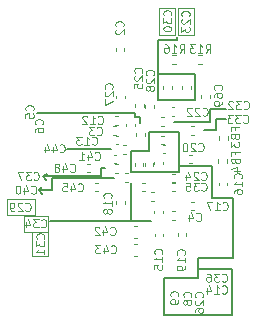
<source format=gbr>
%TF.GenerationSoftware,KiCad,Pcbnew,(7.0.0)*%
%TF.CreationDate,2023-03-20T12:13:36+05:30*%
%TF.ProjectId,IMRT1160_DB,494d5254-3131-4363-905f-44422e6b6963,rev?*%
%TF.SameCoordinates,Original*%
%TF.FileFunction,Legend,Bot*%
%TF.FilePolarity,Positive*%
%FSLAX46Y46*%
G04 Gerber Fmt 4.6, Leading zero omitted, Abs format (unit mm)*
G04 Created by KiCad (PCBNEW (7.0.0)) date 2023-03-20 12:13:36*
%MOMM*%
%LPD*%
G01*
G04 APERTURE LIST*
%ADD10C,0.150000*%
%ADD11C,0.070000*%
%ADD12C,0.100000*%
G04 APERTURE END LIST*
D10*
X152300000Y-110075000D02*
X152300000Y-107800000D01*
X145450000Y-111000000D02*
X153975000Y-111000000D01*
X153050000Y-102200000D02*
X152650000Y-102200000D01*
X157950000Y-114150000D02*
X157950000Y-115100000D01*
X156350000Y-106900000D02*
X152600000Y-106900000D01*
X159000000Y-101550000D02*
X160300000Y-101550000D01*
X156350000Y-103450000D02*
X156350000Y-106900000D01*
X149750000Y-106550000D02*
X149750000Y-107200000D01*
X144750000Y-108100000D02*
X144500000Y-108400000D01*
X152650000Y-101850000D02*
X152650000Y-102200000D01*
X145600000Y-107400000D02*
X145600000Y-108400000D01*
X154600000Y-100750000D02*
X154600000Y-98300000D01*
X144500000Y-108400000D02*
X144750000Y-108700000D01*
X154600000Y-98300000D02*
X154600000Y-95650000D01*
X152650000Y-101850000D02*
X144300000Y-101850000D01*
X160850000Y-115100000D02*
X157950000Y-115100000D01*
X152300000Y-111000000D02*
X152300000Y-110050000D01*
X159150000Y-109100000D02*
X160950000Y-109100000D01*
X152250000Y-106900000D02*
X152600000Y-106900000D01*
X159500000Y-102350000D02*
X160300000Y-102350000D01*
D11*
X154700000Y-92950000D02*
X156050000Y-92950000D01*
X156050000Y-92950000D02*
X156050000Y-95250000D01*
X156050000Y-95250000D02*
X154700000Y-95250000D01*
X154700000Y-95250000D02*
X154700000Y-92950000D01*
D10*
X156150000Y-95650000D02*
X156150000Y-95450000D01*
D11*
X141750000Y-109150000D02*
X144200000Y-109150000D01*
X144200000Y-109150000D02*
X144200000Y-110500000D01*
X144200000Y-110500000D02*
X141750000Y-110500000D01*
X141750000Y-110500000D02*
X141750000Y-109150000D01*
D10*
X157700000Y-100750000D02*
X154600000Y-100750000D01*
X153050000Y-102750000D02*
X153050000Y-102200000D01*
X157700000Y-98600000D02*
X157700000Y-100750000D01*
X156350000Y-103450000D02*
X153800000Y-103450000D01*
X155950000Y-102650000D02*
X159000000Y-102650000D01*
X153800000Y-103450000D02*
X153800000Y-105100000D01*
D11*
X143200000Y-110550000D02*
X145300000Y-110550000D01*
X145300000Y-110550000D02*
X145300000Y-111900000D01*
X145300000Y-111900000D02*
X143200000Y-111900000D01*
X143200000Y-111900000D02*
X143200000Y-110550000D01*
D10*
X150600000Y-104900000D02*
X146900000Y-104900000D01*
X144850000Y-107200000D02*
X145150000Y-107000000D01*
X159150000Y-106350000D02*
X159150000Y-109100000D01*
X157950000Y-115800000D02*
X157950000Y-115100000D01*
X145100000Y-107500000D02*
X144850000Y-107200000D01*
X156150000Y-98600000D02*
X157700000Y-98600000D01*
X144500000Y-108400000D02*
X144750000Y-108100000D01*
X156350000Y-106350000D02*
X159150000Y-106350000D01*
X155050000Y-115800000D02*
X157950000Y-115800000D01*
D11*
X143950000Y-111900000D02*
X145300000Y-111900000D01*
X145300000Y-111900000D02*
X145300000Y-114000000D01*
X145300000Y-114000000D02*
X143950000Y-114000000D01*
X143950000Y-114000000D02*
X143950000Y-111900000D01*
D10*
X160950000Y-109100000D02*
X160950000Y-114150000D01*
X160950000Y-114150000D02*
X157950000Y-114150000D01*
X153800000Y-105100000D02*
X152250000Y-105100000D01*
X152250000Y-105100000D02*
X152250000Y-106900000D01*
X155050000Y-119000000D02*
X155050000Y-115800000D01*
X149750000Y-107200000D02*
X144850000Y-107200000D01*
X150100000Y-106550000D02*
X149750000Y-106550000D01*
X160850000Y-115100000D02*
X160850000Y-119000000D01*
X159000000Y-102650000D02*
X159000000Y-101550000D01*
X159500000Y-103300000D02*
X159500000Y-102350000D01*
X158450000Y-103300000D02*
X159500000Y-103300000D01*
X145600000Y-108400000D02*
X144500000Y-108400000D01*
X154600000Y-95650000D02*
X156150000Y-95650000D01*
X150850000Y-107400000D02*
X145600000Y-107400000D01*
D11*
X156250000Y-92950000D02*
X157600000Y-92950000D01*
X157600000Y-92950000D02*
X157600000Y-95250000D01*
X157600000Y-95250000D02*
X156250000Y-95250000D01*
X156250000Y-95250000D02*
X156250000Y-92950000D01*
D10*
X160850000Y-119000000D02*
X155050000Y-119000000D01*
X156150000Y-98600000D02*
X154600000Y-98600000D01*
D12*
%TO.C,C29*%
X143350000Y-110090500D02*
X143383333Y-110123833D01*
X143383333Y-110123833D02*
X143483333Y-110157166D01*
X143483333Y-110157166D02*
X143550000Y-110157166D01*
X143550000Y-110157166D02*
X143650000Y-110123833D01*
X143650000Y-110123833D02*
X143716667Y-110057166D01*
X143716667Y-110057166D02*
X143750000Y-109990500D01*
X143750000Y-109990500D02*
X143783333Y-109857166D01*
X143783333Y-109857166D02*
X143783333Y-109757166D01*
X143783333Y-109757166D02*
X143750000Y-109623833D01*
X143750000Y-109623833D02*
X143716667Y-109557166D01*
X143716667Y-109557166D02*
X143650000Y-109490500D01*
X143650000Y-109490500D02*
X143550000Y-109457166D01*
X143550000Y-109457166D02*
X143483333Y-109457166D01*
X143483333Y-109457166D02*
X143383333Y-109490500D01*
X143383333Y-109490500D02*
X143350000Y-109523833D01*
X143083333Y-109523833D02*
X143050000Y-109490500D01*
X143050000Y-109490500D02*
X142983333Y-109457166D01*
X142983333Y-109457166D02*
X142816667Y-109457166D01*
X142816667Y-109457166D02*
X142750000Y-109490500D01*
X142750000Y-109490500D02*
X142716667Y-109523833D01*
X142716667Y-109523833D02*
X142683333Y-109590500D01*
X142683333Y-109590500D02*
X142683333Y-109657166D01*
X142683333Y-109657166D02*
X142716667Y-109757166D01*
X142716667Y-109757166D02*
X143116667Y-110157166D01*
X143116667Y-110157166D02*
X142683333Y-110157166D01*
X142350000Y-110157166D02*
X142216666Y-110157166D01*
X142216666Y-110157166D02*
X142150000Y-110123833D01*
X142150000Y-110123833D02*
X142116666Y-110090500D01*
X142116666Y-110090500D02*
X142050000Y-109990500D01*
X142050000Y-109990500D02*
X142016666Y-109857166D01*
X142016666Y-109857166D02*
X142016666Y-109590500D01*
X142016666Y-109590500D02*
X142050000Y-109523833D01*
X142050000Y-109523833D02*
X142083333Y-109490500D01*
X142083333Y-109490500D02*
X142150000Y-109457166D01*
X142150000Y-109457166D02*
X142283333Y-109457166D01*
X142283333Y-109457166D02*
X142350000Y-109490500D01*
X142350000Y-109490500D02*
X142383333Y-109523833D01*
X142383333Y-109523833D02*
X142416666Y-109590500D01*
X142416666Y-109590500D02*
X142416666Y-109757166D01*
X142416666Y-109757166D02*
X142383333Y-109823833D01*
X142383333Y-109823833D02*
X142350000Y-109857166D01*
X142350000Y-109857166D02*
X142283333Y-109890500D01*
X142283333Y-109890500D02*
X142150000Y-109890500D01*
X142150000Y-109890500D02*
X142083333Y-109857166D01*
X142083333Y-109857166D02*
X142050000Y-109823833D01*
X142050000Y-109823833D02*
X142016666Y-109757166D01*
%TO.C,FB4*%
X161115500Y-105366667D02*
X161115500Y-105133333D01*
X161482166Y-105133333D02*
X160782166Y-105133333D01*
X160782166Y-105133333D02*
X160782166Y-105466667D01*
X161115500Y-105966667D02*
X161148833Y-106066667D01*
X161148833Y-106066667D02*
X161182166Y-106100000D01*
X161182166Y-106100000D02*
X161248833Y-106133333D01*
X161248833Y-106133333D02*
X161348833Y-106133333D01*
X161348833Y-106133333D02*
X161415500Y-106100000D01*
X161415500Y-106100000D02*
X161448833Y-106066667D01*
X161448833Y-106066667D02*
X161482166Y-106000000D01*
X161482166Y-106000000D02*
X161482166Y-105733333D01*
X161482166Y-105733333D02*
X160782166Y-105733333D01*
X160782166Y-105733333D02*
X160782166Y-105966667D01*
X160782166Y-105966667D02*
X160815500Y-106033333D01*
X160815500Y-106033333D02*
X160848833Y-106066667D01*
X160848833Y-106066667D02*
X160915500Y-106100000D01*
X160915500Y-106100000D02*
X160982166Y-106100000D01*
X160982166Y-106100000D02*
X161048833Y-106066667D01*
X161048833Y-106066667D02*
X161082166Y-106033333D01*
X161082166Y-106033333D02*
X161115500Y-105966667D01*
X161115500Y-105966667D02*
X161115500Y-105733333D01*
X161015500Y-106733333D02*
X161482166Y-106733333D01*
X160748833Y-106566667D02*
X161248833Y-106400000D01*
X161248833Y-106400000D02*
X161248833Y-106833333D01*
%TO.C,C35*%
X158250000Y-108390500D02*
X158283333Y-108423833D01*
X158283333Y-108423833D02*
X158383333Y-108457166D01*
X158383333Y-108457166D02*
X158450000Y-108457166D01*
X158450000Y-108457166D02*
X158550000Y-108423833D01*
X158550000Y-108423833D02*
X158616667Y-108357166D01*
X158616667Y-108357166D02*
X158650000Y-108290500D01*
X158650000Y-108290500D02*
X158683333Y-108157166D01*
X158683333Y-108157166D02*
X158683333Y-108057166D01*
X158683333Y-108057166D02*
X158650000Y-107923833D01*
X158650000Y-107923833D02*
X158616667Y-107857166D01*
X158616667Y-107857166D02*
X158550000Y-107790500D01*
X158550000Y-107790500D02*
X158450000Y-107757166D01*
X158450000Y-107757166D02*
X158383333Y-107757166D01*
X158383333Y-107757166D02*
X158283333Y-107790500D01*
X158283333Y-107790500D02*
X158250000Y-107823833D01*
X158016667Y-107757166D02*
X157583333Y-107757166D01*
X157583333Y-107757166D02*
X157816667Y-108023833D01*
X157816667Y-108023833D02*
X157716667Y-108023833D01*
X157716667Y-108023833D02*
X157650000Y-108057166D01*
X157650000Y-108057166D02*
X157616667Y-108090500D01*
X157616667Y-108090500D02*
X157583333Y-108157166D01*
X157583333Y-108157166D02*
X157583333Y-108323833D01*
X157583333Y-108323833D02*
X157616667Y-108390500D01*
X157616667Y-108390500D02*
X157650000Y-108423833D01*
X157650000Y-108423833D02*
X157716667Y-108457166D01*
X157716667Y-108457166D02*
X157916667Y-108457166D01*
X157916667Y-108457166D02*
X157983333Y-108423833D01*
X157983333Y-108423833D02*
X158016667Y-108390500D01*
X156950000Y-107757166D02*
X157283333Y-107757166D01*
X157283333Y-107757166D02*
X157316666Y-108090500D01*
X157316666Y-108090500D02*
X157283333Y-108057166D01*
X157283333Y-108057166D02*
X157216666Y-108023833D01*
X157216666Y-108023833D02*
X157050000Y-108023833D01*
X157050000Y-108023833D02*
X156983333Y-108057166D01*
X156983333Y-108057166D02*
X156950000Y-108090500D01*
X156950000Y-108090500D02*
X156916666Y-108157166D01*
X156916666Y-108157166D02*
X156916666Y-108323833D01*
X156916666Y-108323833D02*
X156950000Y-108390500D01*
X156950000Y-108390500D02*
X156983333Y-108423833D01*
X156983333Y-108423833D02*
X157050000Y-108457166D01*
X157050000Y-108457166D02*
X157216666Y-108457166D01*
X157216666Y-108457166D02*
X157283333Y-108423833D01*
X157283333Y-108423833D02*
X157316666Y-108390500D01*
%TO.C,C17*%
X160050000Y-110040500D02*
X160083333Y-110073833D01*
X160083333Y-110073833D02*
X160183333Y-110107166D01*
X160183333Y-110107166D02*
X160250000Y-110107166D01*
X160250000Y-110107166D02*
X160350000Y-110073833D01*
X160350000Y-110073833D02*
X160416667Y-110007166D01*
X160416667Y-110007166D02*
X160450000Y-109940500D01*
X160450000Y-109940500D02*
X160483333Y-109807166D01*
X160483333Y-109807166D02*
X160483333Y-109707166D01*
X160483333Y-109707166D02*
X160450000Y-109573833D01*
X160450000Y-109573833D02*
X160416667Y-109507166D01*
X160416667Y-109507166D02*
X160350000Y-109440500D01*
X160350000Y-109440500D02*
X160250000Y-109407166D01*
X160250000Y-109407166D02*
X160183333Y-109407166D01*
X160183333Y-109407166D02*
X160083333Y-109440500D01*
X160083333Y-109440500D02*
X160050000Y-109473833D01*
X159383333Y-110107166D02*
X159783333Y-110107166D01*
X159583333Y-110107166D02*
X159583333Y-109407166D01*
X159583333Y-109407166D02*
X159650000Y-109507166D01*
X159650000Y-109507166D02*
X159716667Y-109573833D01*
X159716667Y-109573833D02*
X159783333Y-109607166D01*
X159150000Y-109407166D02*
X158683333Y-109407166D01*
X158683333Y-109407166D02*
X158983333Y-110107166D01*
%TO.C,C5*%
X143990500Y-101633333D02*
X144023833Y-101600000D01*
X144023833Y-101600000D02*
X144057166Y-101500000D01*
X144057166Y-101500000D02*
X144057166Y-101433333D01*
X144057166Y-101433333D02*
X144023833Y-101333333D01*
X144023833Y-101333333D02*
X143957166Y-101266667D01*
X143957166Y-101266667D02*
X143890500Y-101233333D01*
X143890500Y-101233333D02*
X143757166Y-101200000D01*
X143757166Y-101200000D02*
X143657166Y-101200000D01*
X143657166Y-101200000D02*
X143523833Y-101233333D01*
X143523833Y-101233333D02*
X143457166Y-101266667D01*
X143457166Y-101266667D02*
X143390500Y-101333333D01*
X143390500Y-101333333D02*
X143357166Y-101433333D01*
X143357166Y-101433333D02*
X143357166Y-101500000D01*
X143357166Y-101500000D02*
X143390500Y-101600000D01*
X143390500Y-101600000D02*
X143423833Y-101633333D01*
X143357166Y-102266667D02*
X143357166Y-101933333D01*
X143357166Y-101933333D02*
X143690500Y-101900000D01*
X143690500Y-101900000D02*
X143657166Y-101933333D01*
X143657166Y-101933333D02*
X143623833Y-102000000D01*
X143623833Y-102000000D02*
X143623833Y-102166667D01*
X143623833Y-102166667D02*
X143657166Y-102233333D01*
X143657166Y-102233333D02*
X143690500Y-102266667D01*
X143690500Y-102266667D02*
X143757166Y-102300000D01*
X143757166Y-102300000D02*
X143923833Y-102300000D01*
X143923833Y-102300000D02*
X143990500Y-102266667D01*
X143990500Y-102266667D02*
X144023833Y-102233333D01*
X144023833Y-102233333D02*
X144057166Y-102166667D01*
X144057166Y-102166667D02*
X144057166Y-102000000D01*
X144057166Y-102000000D02*
X144023833Y-101933333D01*
X144023833Y-101933333D02*
X143990500Y-101900000D01*
%TO.C,C26*%
X158340500Y-117449999D02*
X158373833Y-117416666D01*
X158373833Y-117416666D02*
X158407166Y-117316666D01*
X158407166Y-117316666D02*
X158407166Y-117249999D01*
X158407166Y-117249999D02*
X158373833Y-117149999D01*
X158373833Y-117149999D02*
X158307166Y-117083333D01*
X158307166Y-117083333D02*
X158240500Y-117049999D01*
X158240500Y-117049999D02*
X158107166Y-117016666D01*
X158107166Y-117016666D02*
X158007166Y-117016666D01*
X158007166Y-117016666D02*
X157873833Y-117049999D01*
X157873833Y-117049999D02*
X157807166Y-117083333D01*
X157807166Y-117083333D02*
X157740500Y-117149999D01*
X157740500Y-117149999D02*
X157707166Y-117249999D01*
X157707166Y-117249999D02*
X157707166Y-117316666D01*
X157707166Y-117316666D02*
X157740500Y-117416666D01*
X157740500Y-117416666D02*
X157773833Y-117449999D01*
X157773833Y-117716666D02*
X157740500Y-117749999D01*
X157740500Y-117749999D02*
X157707166Y-117816666D01*
X157707166Y-117816666D02*
X157707166Y-117983333D01*
X157707166Y-117983333D02*
X157740500Y-118049999D01*
X157740500Y-118049999D02*
X157773833Y-118083333D01*
X157773833Y-118083333D02*
X157840500Y-118116666D01*
X157840500Y-118116666D02*
X157907166Y-118116666D01*
X157907166Y-118116666D02*
X158007166Y-118083333D01*
X158007166Y-118083333D02*
X158407166Y-117683333D01*
X158407166Y-117683333D02*
X158407166Y-118116666D01*
X157707166Y-118716666D02*
X157707166Y-118583333D01*
X157707166Y-118583333D02*
X157740500Y-118516666D01*
X157740500Y-118516666D02*
X157773833Y-118483333D01*
X157773833Y-118483333D02*
X157873833Y-118416666D01*
X157873833Y-118416666D02*
X158007166Y-118383333D01*
X158007166Y-118383333D02*
X158273833Y-118383333D01*
X158273833Y-118383333D02*
X158340500Y-118416666D01*
X158340500Y-118416666D02*
X158373833Y-118450000D01*
X158373833Y-118450000D02*
X158407166Y-118516666D01*
X158407166Y-118516666D02*
X158407166Y-118650000D01*
X158407166Y-118650000D02*
X158373833Y-118716666D01*
X158373833Y-118716666D02*
X158340500Y-118750000D01*
X158340500Y-118750000D02*
X158273833Y-118783333D01*
X158273833Y-118783333D02*
X158107166Y-118783333D01*
X158107166Y-118783333D02*
X158040500Y-118750000D01*
X158040500Y-118750000D02*
X158007166Y-118716666D01*
X158007166Y-118716666D02*
X157973833Y-118650000D01*
X157973833Y-118650000D02*
X157973833Y-118516666D01*
X157973833Y-118516666D02*
X158007166Y-118450000D01*
X158007166Y-118450000D02*
X158040500Y-118416666D01*
X158040500Y-118416666D02*
X158107166Y-118383333D01*
%TO.C,C2*%
X151590500Y-94533333D02*
X151623833Y-94500000D01*
X151623833Y-94500000D02*
X151657166Y-94400000D01*
X151657166Y-94400000D02*
X151657166Y-94333333D01*
X151657166Y-94333333D02*
X151623833Y-94233333D01*
X151623833Y-94233333D02*
X151557166Y-94166667D01*
X151557166Y-94166667D02*
X151490500Y-94133333D01*
X151490500Y-94133333D02*
X151357166Y-94100000D01*
X151357166Y-94100000D02*
X151257166Y-94100000D01*
X151257166Y-94100000D02*
X151123833Y-94133333D01*
X151123833Y-94133333D02*
X151057166Y-94166667D01*
X151057166Y-94166667D02*
X150990500Y-94233333D01*
X150990500Y-94233333D02*
X150957166Y-94333333D01*
X150957166Y-94333333D02*
X150957166Y-94400000D01*
X150957166Y-94400000D02*
X150990500Y-94500000D01*
X150990500Y-94500000D02*
X151023833Y-94533333D01*
X151023833Y-94800000D02*
X150990500Y-94833333D01*
X150990500Y-94833333D02*
X150957166Y-94900000D01*
X150957166Y-94900000D02*
X150957166Y-95066667D01*
X150957166Y-95066667D02*
X150990500Y-95133333D01*
X150990500Y-95133333D02*
X151023833Y-95166667D01*
X151023833Y-95166667D02*
X151090500Y-95200000D01*
X151090500Y-95200000D02*
X151157166Y-95200000D01*
X151157166Y-95200000D02*
X151257166Y-95166667D01*
X151257166Y-95166667D02*
X151657166Y-94766667D01*
X151657166Y-94766667D02*
X151657166Y-95200000D01*
%TO.C,C14*%
X160000000Y-117090500D02*
X160033333Y-117123833D01*
X160033333Y-117123833D02*
X160133333Y-117157166D01*
X160133333Y-117157166D02*
X160200000Y-117157166D01*
X160200000Y-117157166D02*
X160300000Y-117123833D01*
X160300000Y-117123833D02*
X160366667Y-117057166D01*
X160366667Y-117057166D02*
X160400000Y-116990500D01*
X160400000Y-116990500D02*
X160433333Y-116857166D01*
X160433333Y-116857166D02*
X160433333Y-116757166D01*
X160433333Y-116757166D02*
X160400000Y-116623833D01*
X160400000Y-116623833D02*
X160366667Y-116557166D01*
X160366667Y-116557166D02*
X160300000Y-116490500D01*
X160300000Y-116490500D02*
X160200000Y-116457166D01*
X160200000Y-116457166D02*
X160133333Y-116457166D01*
X160133333Y-116457166D02*
X160033333Y-116490500D01*
X160033333Y-116490500D02*
X160000000Y-116523833D01*
X159333333Y-117157166D02*
X159733333Y-117157166D01*
X159533333Y-117157166D02*
X159533333Y-116457166D01*
X159533333Y-116457166D02*
X159600000Y-116557166D01*
X159600000Y-116557166D02*
X159666667Y-116623833D01*
X159666667Y-116623833D02*
X159733333Y-116657166D01*
X158733333Y-116690500D02*
X158733333Y-117157166D01*
X158900000Y-116423833D02*
X159066666Y-116923833D01*
X159066666Y-116923833D02*
X158633333Y-116923833D01*
%TO.C,C3*%
X149416666Y-103690500D02*
X149449999Y-103723833D01*
X149449999Y-103723833D02*
X149549999Y-103757166D01*
X149549999Y-103757166D02*
X149616666Y-103757166D01*
X149616666Y-103757166D02*
X149716666Y-103723833D01*
X149716666Y-103723833D02*
X149783333Y-103657166D01*
X149783333Y-103657166D02*
X149816666Y-103590500D01*
X149816666Y-103590500D02*
X149849999Y-103457166D01*
X149849999Y-103457166D02*
X149849999Y-103357166D01*
X149849999Y-103357166D02*
X149816666Y-103223833D01*
X149816666Y-103223833D02*
X149783333Y-103157166D01*
X149783333Y-103157166D02*
X149716666Y-103090500D01*
X149716666Y-103090500D02*
X149616666Y-103057166D01*
X149616666Y-103057166D02*
X149549999Y-103057166D01*
X149549999Y-103057166D02*
X149449999Y-103090500D01*
X149449999Y-103090500D02*
X149416666Y-103123833D01*
X149183333Y-103057166D02*
X148749999Y-103057166D01*
X148749999Y-103057166D02*
X148983333Y-103323833D01*
X148983333Y-103323833D02*
X148883333Y-103323833D01*
X148883333Y-103323833D02*
X148816666Y-103357166D01*
X148816666Y-103357166D02*
X148783333Y-103390500D01*
X148783333Y-103390500D02*
X148749999Y-103457166D01*
X148749999Y-103457166D02*
X148749999Y-103623833D01*
X148749999Y-103623833D02*
X148783333Y-103690500D01*
X148783333Y-103690500D02*
X148816666Y-103723833D01*
X148816666Y-103723833D02*
X148883333Y-103757166D01*
X148883333Y-103757166D02*
X149083333Y-103757166D01*
X149083333Y-103757166D02*
X149149999Y-103723833D01*
X149149999Y-103723833D02*
X149183333Y-103690500D01*
%TO.C,C15*%
X154890500Y-113799999D02*
X154923833Y-113766666D01*
X154923833Y-113766666D02*
X154957166Y-113666666D01*
X154957166Y-113666666D02*
X154957166Y-113599999D01*
X154957166Y-113599999D02*
X154923833Y-113499999D01*
X154923833Y-113499999D02*
X154857166Y-113433333D01*
X154857166Y-113433333D02*
X154790500Y-113399999D01*
X154790500Y-113399999D02*
X154657166Y-113366666D01*
X154657166Y-113366666D02*
X154557166Y-113366666D01*
X154557166Y-113366666D02*
X154423833Y-113399999D01*
X154423833Y-113399999D02*
X154357166Y-113433333D01*
X154357166Y-113433333D02*
X154290500Y-113499999D01*
X154290500Y-113499999D02*
X154257166Y-113599999D01*
X154257166Y-113599999D02*
X154257166Y-113666666D01*
X154257166Y-113666666D02*
X154290500Y-113766666D01*
X154290500Y-113766666D02*
X154323833Y-113799999D01*
X154957166Y-114466666D02*
X154957166Y-114066666D01*
X154957166Y-114266666D02*
X154257166Y-114266666D01*
X154257166Y-114266666D02*
X154357166Y-114199999D01*
X154357166Y-114199999D02*
X154423833Y-114133333D01*
X154423833Y-114133333D02*
X154457166Y-114066666D01*
X154257166Y-115100000D02*
X154257166Y-114766666D01*
X154257166Y-114766666D02*
X154590500Y-114733333D01*
X154590500Y-114733333D02*
X154557166Y-114766666D01*
X154557166Y-114766666D02*
X154523833Y-114833333D01*
X154523833Y-114833333D02*
X154523833Y-115000000D01*
X154523833Y-115000000D02*
X154557166Y-115066666D01*
X154557166Y-115066666D02*
X154590500Y-115100000D01*
X154590500Y-115100000D02*
X154657166Y-115133333D01*
X154657166Y-115133333D02*
X154823833Y-115133333D01*
X154823833Y-115133333D02*
X154890500Y-115100000D01*
X154890500Y-115100000D02*
X154923833Y-115066666D01*
X154923833Y-115066666D02*
X154957166Y-115000000D01*
X154957166Y-115000000D02*
X154957166Y-114833333D01*
X154957166Y-114833333D02*
X154923833Y-114766666D01*
X154923833Y-114766666D02*
X154890500Y-114733333D01*
%TO.C,C48*%
X147150000Y-106790500D02*
X147183333Y-106823833D01*
X147183333Y-106823833D02*
X147283333Y-106857166D01*
X147283333Y-106857166D02*
X147350000Y-106857166D01*
X147350000Y-106857166D02*
X147450000Y-106823833D01*
X147450000Y-106823833D02*
X147516667Y-106757166D01*
X147516667Y-106757166D02*
X147550000Y-106690500D01*
X147550000Y-106690500D02*
X147583333Y-106557166D01*
X147583333Y-106557166D02*
X147583333Y-106457166D01*
X147583333Y-106457166D02*
X147550000Y-106323833D01*
X147550000Y-106323833D02*
X147516667Y-106257166D01*
X147516667Y-106257166D02*
X147450000Y-106190500D01*
X147450000Y-106190500D02*
X147350000Y-106157166D01*
X147350000Y-106157166D02*
X147283333Y-106157166D01*
X147283333Y-106157166D02*
X147183333Y-106190500D01*
X147183333Y-106190500D02*
X147150000Y-106223833D01*
X146550000Y-106390500D02*
X146550000Y-106857166D01*
X146716667Y-106123833D02*
X146883333Y-106623833D01*
X146883333Y-106623833D02*
X146450000Y-106623833D01*
X146083333Y-106457166D02*
X146150000Y-106423833D01*
X146150000Y-106423833D02*
X146183333Y-106390500D01*
X146183333Y-106390500D02*
X146216666Y-106323833D01*
X146216666Y-106323833D02*
X146216666Y-106290500D01*
X146216666Y-106290500D02*
X146183333Y-106223833D01*
X146183333Y-106223833D02*
X146150000Y-106190500D01*
X146150000Y-106190500D02*
X146083333Y-106157166D01*
X146083333Y-106157166D02*
X145950000Y-106157166D01*
X145950000Y-106157166D02*
X145883333Y-106190500D01*
X145883333Y-106190500D02*
X145850000Y-106223833D01*
X145850000Y-106223833D02*
X145816666Y-106290500D01*
X145816666Y-106290500D02*
X145816666Y-106323833D01*
X145816666Y-106323833D02*
X145850000Y-106390500D01*
X145850000Y-106390500D02*
X145883333Y-106423833D01*
X145883333Y-106423833D02*
X145950000Y-106457166D01*
X145950000Y-106457166D02*
X146083333Y-106457166D01*
X146083333Y-106457166D02*
X146150000Y-106490500D01*
X146150000Y-106490500D02*
X146183333Y-106523833D01*
X146183333Y-106523833D02*
X146216666Y-106590500D01*
X146216666Y-106590500D02*
X146216666Y-106723833D01*
X146216666Y-106723833D02*
X146183333Y-106790500D01*
X146183333Y-106790500D02*
X146150000Y-106823833D01*
X146150000Y-106823833D02*
X146083333Y-106857166D01*
X146083333Y-106857166D02*
X145950000Y-106857166D01*
X145950000Y-106857166D02*
X145883333Y-106823833D01*
X145883333Y-106823833D02*
X145850000Y-106790500D01*
X145850000Y-106790500D02*
X145816666Y-106723833D01*
X145816666Y-106723833D02*
X145816666Y-106590500D01*
X145816666Y-106590500D02*
X145850000Y-106523833D01*
X145850000Y-106523833D02*
X145883333Y-106490500D01*
X145883333Y-106490500D02*
X145950000Y-106457166D01*
%TO.C,C40*%
X143850000Y-108640500D02*
X143883333Y-108673833D01*
X143883333Y-108673833D02*
X143983333Y-108707166D01*
X143983333Y-108707166D02*
X144050000Y-108707166D01*
X144050000Y-108707166D02*
X144150000Y-108673833D01*
X144150000Y-108673833D02*
X144216667Y-108607166D01*
X144216667Y-108607166D02*
X144250000Y-108540500D01*
X144250000Y-108540500D02*
X144283333Y-108407166D01*
X144283333Y-108407166D02*
X144283333Y-108307166D01*
X144283333Y-108307166D02*
X144250000Y-108173833D01*
X144250000Y-108173833D02*
X144216667Y-108107166D01*
X144216667Y-108107166D02*
X144150000Y-108040500D01*
X144150000Y-108040500D02*
X144050000Y-108007166D01*
X144050000Y-108007166D02*
X143983333Y-108007166D01*
X143983333Y-108007166D02*
X143883333Y-108040500D01*
X143883333Y-108040500D02*
X143850000Y-108073833D01*
X143250000Y-108240500D02*
X143250000Y-108707166D01*
X143416667Y-107973833D02*
X143583333Y-108473833D01*
X143583333Y-108473833D02*
X143150000Y-108473833D01*
X142750000Y-108007166D02*
X142683333Y-108007166D01*
X142683333Y-108007166D02*
X142616666Y-108040500D01*
X142616666Y-108040500D02*
X142583333Y-108073833D01*
X142583333Y-108073833D02*
X142550000Y-108140500D01*
X142550000Y-108140500D02*
X142516666Y-108273833D01*
X142516666Y-108273833D02*
X142516666Y-108440500D01*
X142516666Y-108440500D02*
X142550000Y-108573833D01*
X142550000Y-108573833D02*
X142583333Y-108640500D01*
X142583333Y-108640500D02*
X142616666Y-108673833D01*
X142616666Y-108673833D02*
X142683333Y-108707166D01*
X142683333Y-108707166D02*
X142750000Y-108707166D01*
X142750000Y-108707166D02*
X142816666Y-108673833D01*
X142816666Y-108673833D02*
X142850000Y-108640500D01*
X142850000Y-108640500D02*
X142883333Y-108573833D01*
X142883333Y-108573833D02*
X142916666Y-108440500D01*
X142916666Y-108440500D02*
X142916666Y-108273833D01*
X142916666Y-108273833D02*
X142883333Y-108140500D01*
X142883333Y-108140500D02*
X142850000Y-108073833D01*
X142850000Y-108073833D02*
X142816666Y-108040500D01*
X142816666Y-108040500D02*
X142750000Y-108007166D01*
%TO.C,C24*%
X158250000Y-107490500D02*
X158283333Y-107523833D01*
X158283333Y-107523833D02*
X158383333Y-107557166D01*
X158383333Y-107557166D02*
X158450000Y-107557166D01*
X158450000Y-107557166D02*
X158550000Y-107523833D01*
X158550000Y-107523833D02*
X158616667Y-107457166D01*
X158616667Y-107457166D02*
X158650000Y-107390500D01*
X158650000Y-107390500D02*
X158683333Y-107257166D01*
X158683333Y-107257166D02*
X158683333Y-107157166D01*
X158683333Y-107157166D02*
X158650000Y-107023833D01*
X158650000Y-107023833D02*
X158616667Y-106957166D01*
X158616667Y-106957166D02*
X158550000Y-106890500D01*
X158550000Y-106890500D02*
X158450000Y-106857166D01*
X158450000Y-106857166D02*
X158383333Y-106857166D01*
X158383333Y-106857166D02*
X158283333Y-106890500D01*
X158283333Y-106890500D02*
X158250000Y-106923833D01*
X157983333Y-106923833D02*
X157950000Y-106890500D01*
X157950000Y-106890500D02*
X157883333Y-106857166D01*
X157883333Y-106857166D02*
X157716667Y-106857166D01*
X157716667Y-106857166D02*
X157650000Y-106890500D01*
X157650000Y-106890500D02*
X157616667Y-106923833D01*
X157616667Y-106923833D02*
X157583333Y-106990500D01*
X157583333Y-106990500D02*
X157583333Y-107057166D01*
X157583333Y-107057166D02*
X157616667Y-107157166D01*
X157616667Y-107157166D02*
X158016667Y-107557166D01*
X158016667Y-107557166D02*
X157583333Y-107557166D01*
X156983333Y-107090500D02*
X156983333Y-107557166D01*
X157150000Y-106823833D02*
X157316666Y-107323833D01*
X157316666Y-107323833D02*
X156883333Y-107323833D01*
%TO.C,C25*%
X153190500Y-98449999D02*
X153223833Y-98416666D01*
X153223833Y-98416666D02*
X153257166Y-98316666D01*
X153257166Y-98316666D02*
X153257166Y-98249999D01*
X153257166Y-98249999D02*
X153223833Y-98149999D01*
X153223833Y-98149999D02*
X153157166Y-98083333D01*
X153157166Y-98083333D02*
X153090500Y-98049999D01*
X153090500Y-98049999D02*
X152957166Y-98016666D01*
X152957166Y-98016666D02*
X152857166Y-98016666D01*
X152857166Y-98016666D02*
X152723833Y-98049999D01*
X152723833Y-98049999D02*
X152657166Y-98083333D01*
X152657166Y-98083333D02*
X152590500Y-98149999D01*
X152590500Y-98149999D02*
X152557166Y-98249999D01*
X152557166Y-98249999D02*
X152557166Y-98316666D01*
X152557166Y-98316666D02*
X152590500Y-98416666D01*
X152590500Y-98416666D02*
X152623833Y-98449999D01*
X152623833Y-98716666D02*
X152590500Y-98749999D01*
X152590500Y-98749999D02*
X152557166Y-98816666D01*
X152557166Y-98816666D02*
X152557166Y-98983333D01*
X152557166Y-98983333D02*
X152590500Y-99049999D01*
X152590500Y-99049999D02*
X152623833Y-99083333D01*
X152623833Y-99083333D02*
X152690500Y-99116666D01*
X152690500Y-99116666D02*
X152757166Y-99116666D01*
X152757166Y-99116666D02*
X152857166Y-99083333D01*
X152857166Y-99083333D02*
X153257166Y-98683333D01*
X153257166Y-98683333D02*
X153257166Y-99116666D01*
X152557166Y-99750000D02*
X152557166Y-99416666D01*
X152557166Y-99416666D02*
X152890500Y-99383333D01*
X152890500Y-99383333D02*
X152857166Y-99416666D01*
X152857166Y-99416666D02*
X152823833Y-99483333D01*
X152823833Y-99483333D02*
X152823833Y-99650000D01*
X152823833Y-99650000D02*
X152857166Y-99716666D01*
X152857166Y-99716666D02*
X152890500Y-99750000D01*
X152890500Y-99750000D02*
X152957166Y-99783333D01*
X152957166Y-99783333D02*
X153123833Y-99783333D01*
X153123833Y-99783333D02*
X153190500Y-99750000D01*
X153190500Y-99750000D02*
X153223833Y-99716666D01*
X153223833Y-99716666D02*
X153257166Y-99650000D01*
X153257166Y-99650000D02*
X153257166Y-99483333D01*
X153257166Y-99483333D02*
X153223833Y-99416666D01*
X153223833Y-99416666D02*
X153190500Y-99383333D01*
%TO.C,C45*%
X147800000Y-108440500D02*
X147833333Y-108473833D01*
X147833333Y-108473833D02*
X147933333Y-108507166D01*
X147933333Y-108507166D02*
X148000000Y-108507166D01*
X148000000Y-108507166D02*
X148100000Y-108473833D01*
X148100000Y-108473833D02*
X148166667Y-108407166D01*
X148166667Y-108407166D02*
X148200000Y-108340500D01*
X148200000Y-108340500D02*
X148233333Y-108207166D01*
X148233333Y-108207166D02*
X148233333Y-108107166D01*
X148233333Y-108107166D02*
X148200000Y-107973833D01*
X148200000Y-107973833D02*
X148166667Y-107907166D01*
X148166667Y-107907166D02*
X148100000Y-107840500D01*
X148100000Y-107840500D02*
X148000000Y-107807166D01*
X148000000Y-107807166D02*
X147933333Y-107807166D01*
X147933333Y-107807166D02*
X147833333Y-107840500D01*
X147833333Y-107840500D02*
X147800000Y-107873833D01*
X147200000Y-108040500D02*
X147200000Y-108507166D01*
X147366667Y-107773833D02*
X147533333Y-108273833D01*
X147533333Y-108273833D02*
X147100000Y-108273833D01*
X146500000Y-107807166D02*
X146833333Y-107807166D01*
X146833333Y-107807166D02*
X146866666Y-108140500D01*
X146866666Y-108140500D02*
X146833333Y-108107166D01*
X146833333Y-108107166D02*
X146766666Y-108073833D01*
X146766666Y-108073833D02*
X146600000Y-108073833D01*
X146600000Y-108073833D02*
X146533333Y-108107166D01*
X146533333Y-108107166D02*
X146500000Y-108140500D01*
X146500000Y-108140500D02*
X146466666Y-108207166D01*
X146466666Y-108207166D02*
X146466666Y-108373833D01*
X146466666Y-108373833D02*
X146500000Y-108440500D01*
X146500000Y-108440500D02*
X146533333Y-108473833D01*
X146533333Y-108473833D02*
X146600000Y-108507166D01*
X146600000Y-108507166D02*
X146766666Y-108507166D01*
X146766666Y-108507166D02*
X146833333Y-108473833D01*
X146833333Y-108473833D02*
X146866666Y-108440500D01*
%TO.C,C31*%
X144890500Y-112499999D02*
X144923833Y-112466666D01*
X144923833Y-112466666D02*
X144957166Y-112366666D01*
X144957166Y-112366666D02*
X144957166Y-112299999D01*
X144957166Y-112299999D02*
X144923833Y-112199999D01*
X144923833Y-112199999D02*
X144857166Y-112133333D01*
X144857166Y-112133333D02*
X144790500Y-112099999D01*
X144790500Y-112099999D02*
X144657166Y-112066666D01*
X144657166Y-112066666D02*
X144557166Y-112066666D01*
X144557166Y-112066666D02*
X144423833Y-112099999D01*
X144423833Y-112099999D02*
X144357166Y-112133333D01*
X144357166Y-112133333D02*
X144290500Y-112199999D01*
X144290500Y-112199999D02*
X144257166Y-112299999D01*
X144257166Y-112299999D02*
X144257166Y-112366666D01*
X144257166Y-112366666D02*
X144290500Y-112466666D01*
X144290500Y-112466666D02*
X144323833Y-112499999D01*
X144257166Y-112733333D02*
X144257166Y-113166666D01*
X144257166Y-113166666D02*
X144523833Y-112933333D01*
X144523833Y-112933333D02*
X144523833Y-113033333D01*
X144523833Y-113033333D02*
X144557166Y-113099999D01*
X144557166Y-113099999D02*
X144590500Y-113133333D01*
X144590500Y-113133333D02*
X144657166Y-113166666D01*
X144657166Y-113166666D02*
X144823833Y-113166666D01*
X144823833Y-113166666D02*
X144890500Y-113133333D01*
X144890500Y-113133333D02*
X144923833Y-113099999D01*
X144923833Y-113099999D02*
X144957166Y-113033333D01*
X144957166Y-113033333D02*
X144957166Y-112833333D01*
X144957166Y-112833333D02*
X144923833Y-112766666D01*
X144923833Y-112766666D02*
X144890500Y-112733333D01*
X144957166Y-113833333D02*
X144957166Y-113433333D01*
X144957166Y-113633333D02*
X144257166Y-113633333D01*
X144257166Y-113633333D02*
X144357166Y-113566666D01*
X144357166Y-113566666D02*
X144423833Y-113500000D01*
X144423833Y-113500000D02*
X144457166Y-113433333D01*
%TO.C,R13*%
X158600000Y-96757166D02*
X158833333Y-96423833D01*
X159000000Y-96757166D02*
X159000000Y-96057166D01*
X159000000Y-96057166D02*
X158733333Y-96057166D01*
X158733333Y-96057166D02*
X158666667Y-96090500D01*
X158666667Y-96090500D02*
X158633333Y-96123833D01*
X158633333Y-96123833D02*
X158600000Y-96190500D01*
X158600000Y-96190500D02*
X158600000Y-96290500D01*
X158600000Y-96290500D02*
X158633333Y-96357166D01*
X158633333Y-96357166D02*
X158666667Y-96390500D01*
X158666667Y-96390500D02*
X158733333Y-96423833D01*
X158733333Y-96423833D02*
X159000000Y-96423833D01*
X157933333Y-96757166D02*
X158333333Y-96757166D01*
X158133333Y-96757166D02*
X158133333Y-96057166D01*
X158133333Y-96057166D02*
X158200000Y-96157166D01*
X158200000Y-96157166D02*
X158266667Y-96223833D01*
X158266667Y-96223833D02*
X158333333Y-96257166D01*
X157700000Y-96057166D02*
X157266666Y-96057166D01*
X157266666Y-96057166D02*
X157500000Y-96323833D01*
X157500000Y-96323833D02*
X157400000Y-96323833D01*
X157400000Y-96323833D02*
X157333333Y-96357166D01*
X157333333Y-96357166D02*
X157300000Y-96390500D01*
X157300000Y-96390500D02*
X157266666Y-96457166D01*
X157266666Y-96457166D02*
X157266666Y-96623833D01*
X157266666Y-96623833D02*
X157300000Y-96690500D01*
X157300000Y-96690500D02*
X157333333Y-96723833D01*
X157333333Y-96723833D02*
X157400000Y-96757166D01*
X157400000Y-96757166D02*
X157600000Y-96757166D01*
X157600000Y-96757166D02*
X157666666Y-96723833D01*
X157666666Y-96723833D02*
X157700000Y-96690500D01*
%TO.C,C20*%
X158000000Y-105040500D02*
X158033333Y-105073833D01*
X158033333Y-105073833D02*
X158133333Y-105107166D01*
X158133333Y-105107166D02*
X158200000Y-105107166D01*
X158200000Y-105107166D02*
X158300000Y-105073833D01*
X158300000Y-105073833D02*
X158366667Y-105007166D01*
X158366667Y-105007166D02*
X158400000Y-104940500D01*
X158400000Y-104940500D02*
X158433333Y-104807166D01*
X158433333Y-104807166D02*
X158433333Y-104707166D01*
X158433333Y-104707166D02*
X158400000Y-104573833D01*
X158400000Y-104573833D02*
X158366667Y-104507166D01*
X158366667Y-104507166D02*
X158300000Y-104440500D01*
X158300000Y-104440500D02*
X158200000Y-104407166D01*
X158200000Y-104407166D02*
X158133333Y-104407166D01*
X158133333Y-104407166D02*
X158033333Y-104440500D01*
X158033333Y-104440500D02*
X158000000Y-104473833D01*
X157733333Y-104473833D02*
X157700000Y-104440500D01*
X157700000Y-104440500D02*
X157633333Y-104407166D01*
X157633333Y-104407166D02*
X157466667Y-104407166D01*
X157466667Y-104407166D02*
X157400000Y-104440500D01*
X157400000Y-104440500D02*
X157366667Y-104473833D01*
X157366667Y-104473833D02*
X157333333Y-104540500D01*
X157333333Y-104540500D02*
X157333333Y-104607166D01*
X157333333Y-104607166D02*
X157366667Y-104707166D01*
X157366667Y-104707166D02*
X157766667Y-105107166D01*
X157766667Y-105107166D02*
X157333333Y-105107166D01*
X156900000Y-104407166D02*
X156833333Y-104407166D01*
X156833333Y-104407166D02*
X156766666Y-104440500D01*
X156766666Y-104440500D02*
X156733333Y-104473833D01*
X156733333Y-104473833D02*
X156700000Y-104540500D01*
X156700000Y-104540500D02*
X156666666Y-104673833D01*
X156666666Y-104673833D02*
X156666666Y-104840500D01*
X156666666Y-104840500D02*
X156700000Y-104973833D01*
X156700000Y-104973833D02*
X156733333Y-105040500D01*
X156733333Y-105040500D02*
X156766666Y-105073833D01*
X156766666Y-105073833D02*
X156833333Y-105107166D01*
X156833333Y-105107166D02*
X156900000Y-105107166D01*
X156900000Y-105107166D02*
X156966666Y-105073833D01*
X156966666Y-105073833D02*
X157000000Y-105040500D01*
X157000000Y-105040500D02*
X157033333Y-104973833D01*
X157033333Y-104973833D02*
X157066666Y-104840500D01*
X157066666Y-104840500D02*
X157066666Y-104673833D01*
X157066666Y-104673833D02*
X157033333Y-104540500D01*
X157033333Y-104540500D02*
X157000000Y-104473833D01*
X157000000Y-104473833D02*
X156966666Y-104440500D01*
X156966666Y-104440500D02*
X156900000Y-104407166D01*
%TO.C,C12*%
X149500000Y-102740500D02*
X149533333Y-102773833D01*
X149533333Y-102773833D02*
X149633333Y-102807166D01*
X149633333Y-102807166D02*
X149700000Y-102807166D01*
X149700000Y-102807166D02*
X149800000Y-102773833D01*
X149800000Y-102773833D02*
X149866667Y-102707166D01*
X149866667Y-102707166D02*
X149900000Y-102640500D01*
X149900000Y-102640500D02*
X149933333Y-102507166D01*
X149933333Y-102507166D02*
X149933333Y-102407166D01*
X149933333Y-102407166D02*
X149900000Y-102273833D01*
X149900000Y-102273833D02*
X149866667Y-102207166D01*
X149866667Y-102207166D02*
X149800000Y-102140500D01*
X149800000Y-102140500D02*
X149700000Y-102107166D01*
X149700000Y-102107166D02*
X149633333Y-102107166D01*
X149633333Y-102107166D02*
X149533333Y-102140500D01*
X149533333Y-102140500D02*
X149500000Y-102173833D01*
X148833333Y-102807166D02*
X149233333Y-102807166D01*
X149033333Y-102807166D02*
X149033333Y-102107166D01*
X149033333Y-102107166D02*
X149100000Y-102207166D01*
X149100000Y-102207166D02*
X149166667Y-102273833D01*
X149166667Y-102273833D02*
X149233333Y-102307166D01*
X148566666Y-102173833D02*
X148533333Y-102140500D01*
X148533333Y-102140500D02*
X148466666Y-102107166D01*
X148466666Y-102107166D02*
X148300000Y-102107166D01*
X148300000Y-102107166D02*
X148233333Y-102140500D01*
X148233333Y-102140500D02*
X148200000Y-102173833D01*
X148200000Y-102173833D02*
X148166666Y-102240500D01*
X148166666Y-102240500D02*
X148166666Y-102307166D01*
X148166666Y-102307166D02*
X148200000Y-102407166D01*
X148200000Y-102407166D02*
X148600000Y-102807166D01*
X148600000Y-102807166D02*
X148166666Y-102807166D01*
%TO.C,C36*%
X160000000Y-116090500D02*
X160033333Y-116123833D01*
X160033333Y-116123833D02*
X160133333Y-116157166D01*
X160133333Y-116157166D02*
X160200000Y-116157166D01*
X160200000Y-116157166D02*
X160300000Y-116123833D01*
X160300000Y-116123833D02*
X160366667Y-116057166D01*
X160366667Y-116057166D02*
X160400000Y-115990500D01*
X160400000Y-115990500D02*
X160433333Y-115857166D01*
X160433333Y-115857166D02*
X160433333Y-115757166D01*
X160433333Y-115757166D02*
X160400000Y-115623833D01*
X160400000Y-115623833D02*
X160366667Y-115557166D01*
X160366667Y-115557166D02*
X160300000Y-115490500D01*
X160300000Y-115490500D02*
X160200000Y-115457166D01*
X160200000Y-115457166D02*
X160133333Y-115457166D01*
X160133333Y-115457166D02*
X160033333Y-115490500D01*
X160033333Y-115490500D02*
X160000000Y-115523833D01*
X159766667Y-115457166D02*
X159333333Y-115457166D01*
X159333333Y-115457166D02*
X159566667Y-115723833D01*
X159566667Y-115723833D02*
X159466667Y-115723833D01*
X159466667Y-115723833D02*
X159400000Y-115757166D01*
X159400000Y-115757166D02*
X159366667Y-115790500D01*
X159366667Y-115790500D02*
X159333333Y-115857166D01*
X159333333Y-115857166D02*
X159333333Y-116023833D01*
X159333333Y-116023833D02*
X159366667Y-116090500D01*
X159366667Y-116090500D02*
X159400000Y-116123833D01*
X159400000Y-116123833D02*
X159466667Y-116157166D01*
X159466667Y-116157166D02*
X159666667Y-116157166D01*
X159666667Y-116157166D02*
X159733333Y-116123833D01*
X159733333Y-116123833D02*
X159766667Y-116090500D01*
X158733333Y-115457166D02*
X158866666Y-115457166D01*
X158866666Y-115457166D02*
X158933333Y-115490500D01*
X158933333Y-115490500D02*
X158966666Y-115523833D01*
X158966666Y-115523833D02*
X159033333Y-115623833D01*
X159033333Y-115623833D02*
X159066666Y-115757166D01*
X159066666Y-115757166D02*
X159066666Y-116023833D01*
X159066666Y-116023833D02*
X159033333Y-116090500D01*
X159033333Y-116090500D02*
X159000000Y-116123833D01*
X159000000Y-116123833D02*
X158933333Y-116157166D01*
X158933333Y-116157166D02*
X158800000Y-116157166D01*
X158800000Y-116157166D02*
X158733333Y-116123833D01*
X158733333Y-116123833D02*
X158700000Y-116090500D01*
X158700000Y-116090500D02*
X158666666Y-116023833D01*
X158666666Y-116023833D02*
X158666666Y-115857166D01*
X158666666Y-115857166D02*
X158700000Y-115790500D01*
X158700000Y-115790500D02*
X158733333Y-115757166D01*
X158733333Y-115757166D02*
X158800000Y-115723833D01*
X158800000Y-115723833D02*
X158933333Y-115723833D01*
X158933333Y-115723833D02*
X159000000Y-115757166D01*
X159000000Y-115757166D02*
X159033333Y-115790500D01*
X159033333Y-115790500D02*
X159066666Y-115857166D01*
%TO.C,C37*%
X144050000Y-107490500D02*
X144083333Y-107523833D01*
X144083333Y-107523833D02*
X144183333Y-107557166D01*
X144183333Y-107557166D02*
X144250000Y-107557166D01*
X144250000Y-107557166D02*
X144350000Y-107523833D01*
X144350000Y-107523833D02*
X144416667Y-107457166D01*
X144416667Y-107457166D02*
X144450000Y-107390500D01*
X144450000Y-107390500D02*
X144483333Y-107257166D01*
X144483333Y-107257166D02*
X144483333Y-107157166D01*
X144483333Y-107157166D02*
X144450000Y-107023833D01*
X144450000Y-107023833D02*
X144416667Y-106957166D01*
X144416667Y-106957166D02*
X144350000Y-106890500D01*
X144350000Y-106890500D02*
X144250000Y-106857166D01*
X144250000Y-106857166D02*
X144183333Y-106857166D01*
X144183333Y-106857166D02*
X144083333Y-106890500D01*
X144083333Y-106890500D02*
X144050000Y-106923833D01*
X143816667Y-106857166D02*
X143383333Y-106857166D01*
X143383333Y-106857166D02*
X143616667Y-107123833D01*
X143616667Y-107123833D02*
X143516667Y-107123833D01*
X143516667Y-107123833D02*
X143450000Y-107157166D01*
X143450000Y-107157166D02*
X143416667Y-107190500D01*
X143416667Y-107190500D02*
X143383333Y-107257166D01*
X143383333Y-107257166D02*
X143383333Y-107423833D01*
X143383333Y-107423833D02*
X143416667Y-107490500D01*
X143416667Y-107490500D02*
X143450000Y-107523833D01*
X143450000Y-107523833D02*
X143516667Y-107557166D01*
X143516667Y-107557166D02*
X143716667Y-107557166D01*
X143716667Y-107557166D02*
X143783333Y-107523833D01*
X143783333Y-107523833D02*
X143816667Y-107490500D01*
X143150000Y-106857166D02*
X142683333Y-106857166D01*
X142683333Y-106857166D02*
X142983333Y-107557166D01*
%TO.C,C8*%
X157340500Y-117433333D02*
X157373833Y-117400000D01*
X157373833Y-117400000D02*
X157407166Y-117300000D01*
X157407166Y-117300000D02*
X157407166Y-117233333D01*
X157407166Y-117233333D02*
X157373833Y-117133333D01*
X157373833Y-117133333D02*
X157307166Y-117066667D01*
X157307166Y-117066667D02*
X157240500Y-117033333D01*
X157240500Y-117033333D02*
X157107166Y-117000000D01*
X157107166Y-117000000D02*
X157007166Y-117000000D01*
X157007166Y-117000000D02*
X156873833Y-117033333D01*
X156873833Y-117033333D02*
X156807166Y-117066667D01*
X156807166Y-117066667D02*
X156740500Y-117133333D01*
X156740500Y-117133333D02*
X156707166Y-117233333D01*
X156707166Y-117233333D02*
X156707166Y-117300000D01*
X156707166Y-117300000D02*
X156740500Y-117400000D01*
X156740500Y-117400000D02*
X156773833Y-117433333D01*
X157007166Y-117833333D02*
X156973833Y-117766667D01*
X156973833Y-117766667D02*
X156940500Y-117733333D01*
X156940500Y-117733333D02*
X156873833Y-117700000D01*
X156873833Y-117700000D02*
X156840500Y-117700000D01*
X156840500Y-117700000D02*
X156773833Y-117733333D01*
X156773833Y-117733333D02*
X156740500Y-117766667D01*
X156740500Y-117766667D02*
X156707166Y-117833333D01*
X156707166Y-117833333D02*
X156707166Y-117966667D01*
X156707166Y-117966667D02*
X156740500Y-118033333D01*
X156740500Y-118033333D02*
X156773833Y-118066667D01*
X156773833Y-118066667D02*
X156840500Y-118100000D01*
X156840500Y-118100000D02*
X156873833Y-118100000D01*
X156873833Y-118100000D02*
X156940500Y-118066667D01*
X156940500Y-118066667D02*
X156973833Y-118033333D01*
X156973833Y-118033333D02*
X157007166Y-117966667D01*
X157007166Y-117966667D02*
X157007166Y-117833333D01*
X157007166Y-117833333D02*
X157040500Y-117766667D01*
X157040500Y-117766667D02*
X157073833Y-117733333D01*
X157073833Y-117733333D02*
X157140500Y-117700000D01*
X157140500Y-117700000D02*
X157273833Y-117700000D01*
X157273833Y-117700000D02*
X157340500Y-117733333D01*
X157340500Y-117733333D02*
X157373833Y-117766667D01*
X157373833Y-117766667D02*
X157407166Y-117833333D01*
X157407166Y-117833333D02*
X157407166Y-117966667D01*
X157407166Y-117966667D02*
X157373833Y-118033333D01*
X157373833Y-118033333D02*
X157340500Y-118066667D01*
X157340500Y-118066667D02*
X157273833Y-118100000D01*
X157273833Y-118100000D02*
X157140500Y-118100000D01*
X157140500Y-118100000D02*
X157073833Y-118066667D01*
X157073833Y-118066667D02*
X157040500Y-118033333D01*
X157040500Y-118033333D02*
X157007166Y-117966667D01*
%TO.C,C30*%
X155645500Y-93599999D02*
X155678833Y-93566666D01*
X155678833Y-93566666D02*
X155712166Y-93466666D01*
X155712166Y-93466666D02*
X155712166Y-93399999D01*
X155712166Y-93399999D02*
X155678833Y-93299999D01*
X155678833Y-93299999D02*
X155612166Y-93233333D01*
X155612166Y-93233333D02*
X155545500Y-93199999D01*
X155545500Y-93199999D02*
X155412166Y-93166666D01*
X155412166Y-93166666D02*
X155312166Y-93166666D01*
X155312166Y-93166666D02*
X155178833Y-93199999D01*
X155178833Y-93199999D02*
X155112166Y-93233333D01*
X155112166Y-93233333D02*
X155045500Y-93299999D01*
X155045500Y-93299999D02*
X155012166Y-93399999D01*
X155012166Y-93399999D02*
X155012166Y-93466666D01*
X155012166Y-93466666D02*
X155045500Y-93566666D01*
X155045500Y-93566666D02*
X155078833Y-93599999D01*
X155012166Y-93833333D02*
X155012166Y-94266666D01*
X155012166Y-94266666D02*
X155278833Y-94033333D01*
X155278833Y-94033333D02*
X155278833Y-94133333D01*
X155278833Y-94133333D02*
X155312166Y-94199999D01*
X155312166Y-94199999D02*
X155345500Y-94233333D01*
X155345500Y-94233333D02*
X155412166Y-94266666D01*
X155412166Y-94266666D02*
X155578833Y-94266666D01*
X155578833Y-94266666D02*
X155645500Y-94233333D01*
X155645500Y-94233333D02*
X155678833Y-94199999D01*
X155678833Y-94199999D02*
X155712166Y-94133333D01*
X155712166Y-94133333D02*
X155712166Y-93933333D01*
X155712166Y-93933333D02*
X155678833Y-93866666D01*
X155678833Y-93866666D02*
X155645500Y-93833333D01*
X155012166Y-94700000D02*
X155012166Y-94766666D01*
X155012166Y-94766666D02*
X155045500Y-94833333D01*
X155045500Y-94833333D02*
X155078833Y-94866666D01*
X155078833Y-94866666D02*
X155145500Y-94900000D01*
X155145500Y-94900000D02*
X155278833Y-94933333D01*
X155278833Y-94933333D02*
X155445500Y-94933333D01*
X155445500Y-94933333D02*
X155578833Y-94900000D01*
X155578833Y-94900000D02*
X155645500Y-94866666D01*
X155645500Y-94866666D02*
X155678833Y-94833333D01*
X155678833Y-94833333D02*
X155712166Y-94766666D01*
X155712166Y-94766666D02*
X155712166Y-94700000D01*
X155712166Y-94700000D02*
X155678833Y-94633333D01*
X155678833Y-94633333D02*
X155645500Y-94600000D01*
X155645500Y-94600000D02*
X155578833Y-94566666D01*
X155578833Y-94566666D02*
X155445500Y-94533333D01*
X155445500Y-94533333D02*
X155278833Y-94533333D01*
X155278833Y-94533333D02*
X155145500Y-94566666D01*
X155145500Y-94566666D02*
X155078833Y-94600000D01*
X155078833Y-94600000D02*
X155045500Y-94633333D01*
X155045500Y-94633333D02*
X155012166Y-94700000D01*
%TO.C,FB3*%
X161090500Y-103316667D02*
X161090500Y-103083333D01*
X161457166Y-103083333D02*
X160757166Y-103083333D01*
X160757166Y-103083333D02*
X160757166Y-103416667D01*
X161090500Y-103916667D02*
X161123833Y-104016667D01*
X161123833Y-104016667D02*
X161157166Y-104050000D01*
X161157166Y-104050000D02*
X161223833Y-104083333D01*
X161223833Y-104083333D02*
X161323833Y-104083333D01*
X161323833Y-104083333D02*
X161390500Y-104050000D01*
X161390500Y-104050000D02*
X161423833Y-104016667D01*
X161423833Y-104016667D02*
X161457166Y-103950000D01*
X161457166Y-103950000D02*
X161457166Y-103683333D01*
X161457166Y-103683333D02*
X160757166Y-103683333D01*
X160757166Y-103683333D02*
X160757166Y-103916667D01*
X160757166Y-103916667D02*
X160790500Y-103983333D01*
X160790500Y-103983333D02*
X160823833Y-104016667D01*
X160823833Y-104016667D02*
X160890500Y-104050000D01*
X160890500Y-104050000D02*
X160957166Y-104050000D01*
X160957166Y-104050000D02*
X161023833Y-104016667D01*
X161023833Y-104016667D02*
X161057166Y-103983333D01*
X161057166Y-103983333D02*
X161090500Y-103916667D01*
X161090500Y-103916667D02*
X161090500Y-103683333D01*
X160757166Y-104316667D02*
X160757166Y-104750000D01*
X160757166Y-104750000D02*
X161023833Y-104516667D01*
X161023833Y-104516667D02*
X161023833Y-104616667D01*
X161023833Y-104616667D02*
X161057166Y-104683333D01*
X161057166Y-104683333D02*
X161090500Y-104716667D01*
X161090500Y-104716667D02*
X161157166Y-104750000D01*
X161157166Y-104750000D02*
X161323833Y-104750000D01*
X161323833Y-104750000D02*
X161390500Y-104716667D01*
X161390500Y-104716667D02*
X161423833Y-104683333D01*
X161423833Y-104683333D02*
X161457166Y-104616667D01*
X161457166Y-104616667D02*
X161457166Y-104416667D01*
X161457166Y-104416667D02*
X161423833Y-104350000D01*
X161423833Y-104350000D02*
X161390500Y-104316667D01*
%TO.C,C18*%
X150590500Y-109049999D02*
X150623833Y-109016666D01*
X150623833Y-109016666D02*
X150657166Y-108916666D01*
X150657166Y-108916666D02*
X150657166Y-108849999D01*
X150657166Y-108849999D02*
X150623833Y-108749999D01*
X150623833Y-108749999D02*
X150557166Y-108683333D01*
X150557166Y-108683333D02*
X150490500Y-108649999D01*
X150490500Y-108649999D02*
X150357166Y-108616666D01*
X150357166Y-108616666D02*
X150257166Y-108616666D01*
X150257166Y-108616666D02*
X150123833Y-108649999D01*
X150123833Y-108649999D02*
X150057166Y-108683333D01*
X150057166Y-108683333D02*
X149990500Y-108749999D01*
X149990500Y-108749999D02*
X149957166Y-108849999D01*
X149957166Y-108849999D02*
X149957166Y-108916666D01*
X149957166Y-108916666D02*
X149990500Y-109016666D01*
X149990500Y-109016666D02*
X150023833Y-109049999D01*
X150657166Y-109716666D02*
X150657166Y-109316666D01*
X150657166Y-109516666D02*
X149957166Y-109516666D01*
X149957166Y-109516666D02*
X150057166Y-109449999D01*
X150057166Y-109449999D02*
X150123833Y-109383333D01*
X150123833Y-109383333D02*
X150157166Y-109316666D01*
X150257166Y-110116666D02*
X150223833Y-110050000D01*
X150223833Y-110050000D02*
X150190500Y-110016666D01*
X150190500Y-110016666D02*
X150123833Y-109983333D01*
X150123833Y-109983333D02*
X150090500Y-109983333D01*
X150090500Y-109983333D02*
X150023833Y-110016666D01*
X150023833Y-110016666D02*
X149990500Y-110050000D01*
X149990500Y-110050000D02*
X149957166Y-110116666D01*
X149957166Y-110116666D02*
X149957166Y-110250000D01*
X149957166Y-110250000D02*
X149990500Y-110316666D01*
X149990500Y-110316666D02*
X150023833Y-110350000D01*
X150023833Y-110350000D02*
X150090500Y-110383333D01*
X150090500Y-110383333D02*
X150123833Y-110383333D01*
X150123833Y-110383333D02*
X150190500Y-110350000D01*
X150190500Y-110350000D02*
X150223833Y-110316666D01*
X150223833Y-110316666D02*
X150257166Y-110250000D01*
X150257166Y-110250000D02*
X150257166Y-110116666D01*
X150257166Y-110116666D02*
X150290500Y-110050000D01*
X150290500Y-110050000D02*
X150323833Y-110016666D01*
X150323833Y-110016666D02*
X150390500Y-109983333D01*
X150390500Y-109983333D02*
X150523833Y-109983333D01*
X150523833Y-109983333D02*
X150590500Y-110016666D01*
X150590500Y-110016666D02*
X150623833Y-110050000D01*
X150623833Y-110050000D02*
X150657166Y-110116666D01*
X150657166Y-110116666D02*
X150657166Y-110250000D01*
X150657166Y-110250000D02*
X150623833Y-110316666D01*
X150623833Y-110316666D02*
X150590500Y-110350000D01*
X150590500Y-110350000D02*
X150523833Y-110383333D01*
X150523833Y-110383333D02*
X150390500Y-110383333D01*
X150390500Y-110383333D02*
X150323833Y-110350000D01*
X150323833Y-110350000D02*
X150290500Y-110316666D01*
X150290500Y-110316666D02*
X150257166Y-110250000D01*
%TO.C,C16*%
X161615500Y-107399999D02*
X161648833Y-107366666D01*
X161648833Y-107366666D02*
X161682166Y-107266666D01*
X161682166Y-107266666D02*
X161682166Y-107199999D01*
X161682166Y-107199999D02*
X161648833Y-107099999D01*
X161648833Y-107099999D02*
X161582166Y-107033333D01*
X161582166Y-107033333D02*
X161515500Y-106999999D01*
X161515500Y-106999999D02*
X161382166Y-106966666D01*
X161382166Y-106966666D02*
X161282166Y-106966666D01*
X161282166Y-106966666D02*
X161148833Y-106999999D01*
X161148833Y-106999999D02*
X161082166Y-107033333D01*
X161082166Y-107033333D02*
X161015500Y-107099999D01*
X161015500Y-107099999D02*
X160982166Y-107199999D01*
X160982166Y-107199999D02*
X160982166Y-107266666D01*
X160982166Y-107266666D02*
X161015500Y-107366666D01*
X161015500Y-107366666D02*
X161048833Y-107399999D01*
X161682166Y-108066666D02*
X161682166Y-107666666D01*
X161682166Y-107866666D02*
X160982166Y-107866666D01*
X160982166Y-107866666D02*
X161082166Y-107799999D01*
X161082166Y-107799999D02*
X161148833Y-107733333D01*
X161148833Y-107733333D02*
X161182166Y-107666666D01*
X160982166Y-108666666D02*
X160982166Y-108533333D01*
X160982166Y-108533333D02*
X161015500Y-108466666D01*
X161015500Y-108466666D02*
X161048833Y-108433333D01*
X161048833Y-108433333D02*
X161148833Y-108366666D01*
X161148833Y-108366666D02*
X161282166Y-108333333D01*
X161282166Y-108333333D02*
X161548833Y-108333333D01*
X161548833Y-108333333D02*
X161615500Y-108366666D01*
X161615500Y-108366666D02*
X161648833Y-108400000D01*
X161648833Y-108400000D02*
X161682166Y-108466666D01*
X161682166Y-108466666D02*
X161682166Y-108600000D01*
X161682166Y-108600000D02*
X161648833Y-108666666D01*
X161648833Y-108666666D02*
X161615500Y-108700000D01*
X161615500Y-108700000D02*
X161548833Y-108733333D01*
X161548833Y-108733333D02*
X161382166Y-108733333D01*
X161382166Y-108733333D02*
X161315500Y-108700000D01*
X161315500Y-108700000D02*
X161282166Y-108666666D01*
X161282166Y-108666666D02*
X161248833Y-108600000D01*
X161248833Y-108600000D02*
X161248833Y-108466666D01*
X161248833Y-108466666D02*
X161282166Y-108400000D01*
X161282166Y-108400000D02*
X161315500Y-108366666D01*
X161315500Y-108366666D02*
X161382166Y-108333333D01*
%TO.C,C33*%
X161800000Y-102640500D02*
X161833333Y-102673833D01*
X161833333Y-102673833D02*
X161933333Y-102707166D01*
X161933333Y-102707166D02*
X162000000Y-102707166D01*
X162000000Y-102707166D02*
X162100000Y-102673833D01*
X162100000Y-102673833D02*
X162166667Y-102607166D01*
X162166667Y-102607166D02*
X162200000Y-102540500D01*
X162200000Y-102540500D02*
X162233333Y-102407166D01*
X162233333Y-102407166D02*
X162233333Y-102307166D01*
X162233333Y-102307166D02*
X162200000Y-102173833D01*
X162200000Y-102173833D02*
X162166667Y-102107166D01*
X162166667Y-102107166D02*
X162100000Y-102040500D01*
X162100000Y-102040500D02*
X162000000Y-102007166D01*
X162000000Y-102007166D02*
X161933333Y-102007166D01*
X161933333Y-102007166D02*
X161833333Y-102040500D01*
X161833333Y-102040500D02*
X161800000Y-102073833D01*
X161566667Y-102007166D02*
X161133333Y-102007166D01*
X161133333Y-102007166D02*
X161366667Y-102273833D01*
X161366667Y-102273833D02*
X161266667Y-102273833D01*
X161266667Y-102273833D02*
X161200000Y-102307166D01*
X161200000Y-102307166D02*
X161166667Y-102340500D01*
X161166667Y-102340500D02*
X161133333Y-102407166D01*
X161133333Y-102407166D02*
X161133333Y-102573833D01*
X161133333Y-102573833D02*
X161166667Y-102640500D01*
X161166667Y-102640500D02*
X161200000Y-102673833D01*
X161200000Y-102673833D02*
X161266667Y-102707166D01*
X161266667Y-102707166D02*
X161466667Y-102707166D01*
X161466667Y-102707166D02*
X161533333Y-102673833D01*
X161533333Y-102673833D02*
X161566667Y-102640500D01*
X160900000Y-102007166D02*
X160466666Y-102007166D01*
X160466666Y-102007166D02*
X160700000Y-102273833D01*
X160700000Y-102273833D02*
X160600000Y-102273833D01*
X160600000Y-102273833D02*
X160533333Y-102307166D01*
X160533333Y-102307166D02*
X160500000Y-102340500D01*
X160500000Y-102340500D02*
X160466666Y-102407166D01*
X160466666Y-102407166D02*
X160466666Y-102573833D01*
X160466666Y-102573833D02*
X160500000Y-102640500D01*
X160500000Y-102640500D02*
X160533333Y-102673833D01*
X160533333Y-102673833D02*
X160600000Y-102707166D01*
X160600000Y-102707166D02*
X160800000Y-102707166D01*
X160800000Y-102707166D02*
X160866666Y-102673833D01*
X160866666Y-102673833D02*
X160900000Y-102640500D01*
%TO.C,R16*%
X156400000Y-96757166D02*
X156633333Y-96423833D01*
X156800000Y-96757166D02*
X156800000Y-96057166D01*
X156800000Y-96057166D02*
X156533333Y-96057166D01*
X156533333Y-96057166D02*
X156466667Y-96090500D01*
X156466667Y-96090500D02*
X156433333Y-96123833D01*
X156433333Y-96123833D02*
X156400000Y-96190500D01*
X156400000Y-96190500D02*
X156400000Y-96290500D01*
X156400000Y-96290500D02*
X156433333Y-96357166D01*
X156433333Y-96357166D02*
X156466667Y-96390500D01*
X156466667Y-96390500D02*
X156533333Y-96423833D01*
X156533333Y-96423833D02*
X156800000Y-96423833D01*
X155733333Y-96757166D02*
X156133333Y-96757166D01*
X155933333Y-96757166D02*
X155933333Y-96057166D01*
X155933333Y-96057166D02*
X156000000Y-96157166D01*
X156000000Y-96157166D02*
X156066667Y-96223833D01*
X156066667Y-96223833D02*
X156133333Y-96257166D01*
X155133333Y-96057166D02*
X155266666Y-96057166D01*
X155266666Y-96057166D02*
X155333333Y-96090500D01*
X155333333Y-96090500D02*
X155366666Y-96123833D01*
X155366666Y-96123833D02*
X155433333Y-96223833D01*
X155433333Y-96223833D02*
X155466666Y-96357166D01*
X155466666Y-96357166D02*
X155466666Y-96623833D01*
X155466666Y-96623833D02*
X155433333Y-96690500D01*
X155433333Y-96690500D02*
X155400000Y-96723833D01*
X155400000Y-96723833D02*
X155333333Y-96757166D01*
X155333333Y-96757166D02*
X155200000Y-96757166D01*
X155200000Y-96757166D02*
X155133333Y-96723833D01*
X155133333Y-96723833D02*
X155100000Y-96690500D01*
X155100000Y-96690500D02*
X155066666Y-96623833D01*
X155066666Y-96623833D02*
X155066666Y-96457166D01*
X155066666Y-96457166D02*
X155100000Y-96390500D01*
X155100000Y-96390500D02*
X155133333Y-96357166D01*
X155133333Y-96357166D02*
X155200000Y-96323833D01*
X155200000Y-96323833D02*
X155333333Y-96323833D01*
X155333333Y-96323833D02*
X155400000Y-96357166D01*
X155400000Y-96357166D02*
X155433333Y-96390500D01*
X155433333Y-96390500D02*
X155466666Y-96457166D01*
%TO.C,C69*%
X159940500Y-99899999D02*
X159973833Y-99866666D01*
X159973833Y-99866666D02*
X160007166Y-99766666D01*
X160007166Y-99766666D02*
X160007166Y-99699999D01*
X160007166Y-99699999D02*
X159973833Y-99599999D01*
X159973833Y-99599999D02*
X159907166Y-99533333D01*
X159907166Y-99533333D02*
X159840500Y-99499999D01*
X159840500Y-99499999D02*
X159707166Y-99466666D01*
X159707166Y-99466666D02*
X159607166Y-99466666D01*
X159607166Y-99466666D02*
X159473833Y-99499999D01*
X159473833Y-99499999D02*
X159407166Y-99533333D01*
X159407166Y-99533333D02*
X159340500Y-99599999D01*
X159340500Y-99599999D02*
X159307166Y-99699999D01*
X159307166Y-99699999D02*
X159307166Y-99766666D01*
X159307166Y-99766666D02*
X159340500Y-99866666D01*
X159340500Y-99866666D02*
X159373833Y-99899999D01*
X159307166Y-100499999D02*
X159307166Y-100366666D01*
X159307166Y-100366666D02*
X159340500Y-100299999D01*
X159340500Y-100299999D02*
X159373833Y-100266666D01*
X159373833Y-100266666D02*
X159473833Y-100199999D01*
X159473833Y-100199999D02*
X159607166Y-100166666D01*
X159607166Y-100166666D02*
X159873833Y-100166666D01*
X159873833Y-100166666D02*
X159940500Y-100199999D01*
X159940500Y-100199999D02*
X159973833Y-100233333D01*
X159973833Y-100233333D02*
X160007166Y-100299999D01*
X160007166Y-100299999D02*
X160007166Y-100433333D01*
X160007166Y-100433333D02*
X159973833Y-100499999D01*
X159973833Y-100499999D02*
X159940500Y-100533333D01*
X159940500Y-100533333D02*
X159873833Y-100566666D01*
X159873833Y-100566666D02*
X159707166Y-100566666D01*
X159707166Y-100566666D02*
X159640500Y-100533333D01*
X159640500Y-100533333D02*
X159607166Y-100499999D01*
X159607166Y-100499999D02*
X159573833Y-100433333D01*
X159573833Y-100433333D02*
X159573833Y-100299999D01*
X159573833Y-100299999D02*
X159607166Y-100233333D01*
X159607166Y-100233333D02*
X159640500Y-100199999D01*
X159640500Y-100199999D02*
X159707166Y-100166666D01*
X160007166Y-100900000D02*
X160007166Y-101033333D01*
X160007166Y-101033333D02*
X159973833Y-101100000D01*
X159973833Y-101100000D02*
X159940500Y-101133333D01*
X159940500Y-101133333D02*
X159840500Y-101200000D01*
X159840500Y-101200000D02*
X159707166Y-101233333D01*
X159707166Y-101233333D02*
X159440500Y-101233333D01*
X159440500Y-101233333D02*
X159373833Y-101200000D01*
X159373833Y-101200000D02*
X159340500Y-101166666D01*
X159340500Y-101166666D02*
X159307166Y-101100000D01*
X159307166Y-101100000D02*
X159307166Y-100966666D01*
X159307166Y-100966666D02*
X159340500Y-100900000D01*
X159340500Y-100900000D02*
X159373833Y-100866666D01*
X159373833Y-100866666D02*
X159440500Y-100833333D01*
X159440500Y-100833333D02*
X159607166Y-100833333D01*
X159607166Y-100833333D02*
X159673833Y-100866666D01*
X159673833Y-100866666D02*
X159707166Y-100900000D01*
X159707166Y-100900000D02*
X159740500Y-100966666D01*
X159740500Y-100966666D02*
X159740500Y-101100000D01*
X159740500Y-101100000D02*
X159707166Y-101166666D01*
X159707166Y-101166666D02*
X159673833Y-101200000D01*
X159673833Y-101200000D02*
X159607166Y-101233333D01*
%TO.C,C27*%
X150690500Y-99799999D02*
X150723833Y-99766666D01*
X150723833Y-99766666D02*
X150757166Y-99666666D01*
X150757166Y-99666666D02*
X150757166Y-99599999D01*
X150757166Y-99599999D02*
X150723833Y-99499999D01*
X150723833Y-99499999D02*
X150657166Y-99433333D01*
X150657166Y-99433333D02*
X150590500Y-99399999D01*
X150590500Y-99399999D02*
X150457166Y-99366666D01*
X150457166Y-99366666D02*
X150357166Y-99366666D01*
X150357166Y-99366666D02*
X150223833Y-99399999D01*
X150223833Y-99399999D02*
X150157166Y-99433333D01*
X150157166Y-99433333D02*
X150090500Y-99499999D01*
X150090500Y-99499999D02*
X150057166Y-99599999D01*
X150057166Y-99599999D02*
X150057166Y-99666666D01*
X150057166Y-99666666D02*
X150090500Y-99766666D01*
X150090500Y-99766666D02*
X150123833Y-99799999D01*
X150123833Y-100066666D02*
X150090500Y-100099999D01*
X150090500Y-100099999D02*
X150057166Y-100166666D01*
X150057166Y-100166666D02*
X150057166Y-100333333D01*
X150057166Y-100333333D02*
X150090500Y-100399999D01*
X150090500Y-100399999D02*
X150123833Y-100433333D01*
X150123833Y-100433333D02*
X150190500Y-100466666D01*
X150190500Y-100466666D02*
X150257166Y-100466666D01*
X150257166Y-100466666D02*
X150357166Y-100433333D01*
X150357166Y-100433333D02*
X150757166Y-100033333D01*
X150757166Y-100033333D02*
X150757166Y-100466666D01*
X150057166Y-100700000D02*
X150057166Y-101166666D01*
X150057166Y-101166666D02*
X150757166Y-100866666D01*
%TO.C,C32*%
X161850000Y-101490500D02*
X161883333Y-101523833D01*
X161883333Y-101523833D02*
X161983333Y-101557166D01*
X161983333Y-101557166D02*
X162050000Y-101557166D01*
X162050000Y-101557166D02*
X162150000Y-101523833D01*
X162150000Y-101523833D02*
X162216667Y-101457166D01*
X162216667Y-101457166D02*
X162250000Y-101390500D01*
X162250000Y-101390500D02*
X162283333Y-101257166D01*
X162283333Y-101257166D02*
X162283333Y-101157166D01*
X162283333Y-101157166D02*
X162250000Y-101023833D01*
X162250000Y-101023833D02*
X162216667Y-100957166D01*
X162216667Y-100957166D02*
X162150000Y-100890500D01*
X162150000Y-100890500D02*
X162050000Y-100857166D01*
X162050000Y-100857166D02*
X161983333Y-100857166D01*
X161983333Y-100857166D02*
X161883333Y-100890500D01*
X161883333Y-100890500D02*
X161850000Y-100923833D01*
X161616667Y-100857166D02*
X161183333Y-100857166D01*
X161183333Y-100857166D02*
X161416667Y-101123833D01*
X161416667Y-101123833D02*
X161316667Y-101123833D01*
X161316667Y-101123833D02*
X161250000Y-101157166D01*
X161250000Y-101157166D02*
X161216667Y-101190500D01*
X161216667Y-101190500D02*
X161183333Y-101257166D01*
X161183333Y-101257166D02*
X161183333Y-101423833D01*
X161183333Y-101423833D02*
X161216667Y-101490500D01*
X161216667Y-101490500D02*
X161250000Y-101523833D01*
X161250000Y-101523833D02*
X161316667Y-101557166D01*
X161316667Y-101557166D02*
X161516667Y-101557166D01*
X161516667Y-101557166D02*
X161583333Y-101523833D01*
X161583333Y-101523833D02*
X161616667Y-101490500D01*
X160916666Y-100923833D02*
X160883333Y-100890500D01*
X160883333Y-100890500D02*
X160816666Y-100857166D01*
X160816666Y-100857166D02*
X160650000Y-100857166D01*
X160650000Y-100857166D02*
X160583333Y-100890500D01*
X160583333Y-100890500D02*
X160550000Y-100923833D01*
X160550000Y-100923833D02*
X160516666Y-100990500D01*
X160516666Y-100990500D02*
X160516666Y-101057166D01*
X160516666Y-101057166D02*
X160550000Y-101157166D01*
X160550000Y-101157166D02*
X160950000Y-101557166D01*
X160950000Y-101557166D02*
X160516666Y-101557166D01*
%TO.C,C41*%
X149250000Y-105790500D02*
X149283333Y-105823833D01*
X149283333Y-105823833D02*
X149383333Y-105857166D01*
X149383333Y-105857166D02*
X149450000Y-105857166D01*
X149450000Y-105857166D02*
X149550000Y-105823833D01*
X149550000Y-105823833D02*
X149616667Y-105757166D01*
X149616667Y-105757166D02*
X149650000Y-105690500D01*
X149650000Y-105690500D02*
X149683333Y-105557166D01*
X149683333Y-105557166D02*
X149683333Y-105457166D01*
X149683333Y-105457166D02*
X149650000Y-105323833D01*
X149650000Y-105323833D02*
X149616667Y-105257166D01*
X149616667Y-105257166D02*
X149550000Y-105190500D01*
X149550000Y-105190500D02*
X149450000Y-105157166D01*
X149450000Y-105157166D02*
X149383333Y-105157166D01*
X149383333Y-105157166D02*
X149283333Y-105190500D01*
X149283333Y-105190500D02*
X149250000Y-105223833D01*
X148650000Y-105390500D02*
X148650000Y-105857166D01*
X148816667Y-105123833D02*
X148983333Y-105623833D01*
X148983333Y-105623833D02*
X148550000Y-105623833D01*
X147916666Y-105857166D02*
X148316666Y-105857166D01*
X148116666Y-105857166D02*
X148116666Y-105157166D01*
X148116666Y-105157166D02*
X148183333Y-105257166D01*
X148183333Y-105257166D02*
X148250000Y-105323833D01*
X148250000Y-105323833D02*
X148316666Y-105357166D01*
%TO.C,C19*%
X156790500Y-113849999D02*
X156823833Y-113816666D01*
X156823833Y-113816666D02*
X156857166Y-113716666D01*
X156857166Y-113716666D02*
X156857166Y-113649999D01*
X156857166Y-113649999D02*
X156823833Y-113549999D01*
X156823833Y-113549999D02*
X156757166Y-113483333D01*
X156757166Y-113483333D02*
X156690500Y-113449999D01*
X156690500Y-113449999D02*
X156557166Y-113416666D01*
X156557166Y-113416666D02*
X156457166Y-113416666D01*
X156457166Y-113416666D02*
X156323833Y-113449999D01*
X156323833Y-113449999D02*
X156257166Y-113483333D01*
X156257166Y-113483333D02*
X156190500Y-113549999D01*
X156190500Y-113549999D02*
X156157166Y-113649999D01*
X156157166Y-113649999D02*
X156157166Y-113716666D01*
X156157166Y-113716666D02*
X156190500Y-113816666D01*
X156190500Y-113816666D02*
X156223833Y-113849999D01*
X156857166Y-114516666D02*
X156857166Y-114116666D01*
X156857166Y-114316666D02*
X156157166Y-114316666D01*
X156157166Y-114316666D02*
X156257166Y-114249999D01*
X156257166Y-114249999D02*
X156323833Y-114183333D01*
X156323833Y-114183333D02*
X156357166Y-114116666D01*
X156857166Y-114850000D02*
X156857166Y-114983333D01*
X156857166Y-114983333D02*
X156823833Y-115050000D01*
X156823833Y-115050000D02*
X156790500Y-115083333D01*
X156790500Y-115083333D02*
X156690500Y-115150000D01*
X156690500Y-115150000D02*
X156557166Y-115183333D01*
X156557166Y-115183333D02*
X156290500Y-115183333D01*
X156290500Y-115183333D02*
X156223833Y-115150000D01*
X156223833Y-115150000D02*
X156190500Y-115116666D01*
X156190500Y-115116666D02*
X156157166Y-115050000D01*
X156157166Y-115050000D02*
X156157166Y-114916666D01*
X156157166Y-114916666D02*
X156190500Y-114850000D01*
X156190500Y-114850000D02*
X156223833Y-114816666D01*
X156223833Y-114816666D02*
X156290500Y-114783333D01*
X156290500Y-114783333D02*
X156457166Y-114783333D01*
X156457166Y-114783333D02*
X156523833Y-114816666D01*
X156523833Y-114816666D02*
X156557166Y-114850000D01*
X156557166Y-114850000D02*
X156590500Y-114916666D01*
X156590500Y-114916666D02*
X156590500Y-115050000D01*
X156590500Y-115050000D02*
X156557166Y-115116666D01*
X156557166Y-115116666D02*
X156523833Y-115150000D01*
X156523833Y-115150000D02*
X156457166Y-115183333D01*
%TO.C,C6*%
X144790500Y-102833333D02*
X144823833Y-102800000D01*
X144823833Y-102800000D02*
X144857166Y-102700000D01*
X144857166Y-102700000D02*
X144857166Y-102633333D01*
X144857166Y-102633333D02*
X144823833Y-102533333D01*
X144823833Y-102533333D02*
X144757166Y-102466667D01*
X144757166Y-102466667D02*
X144690500Y-102433333D01*
X144690500Y-102433333D02*
X144557166Y-102400000D01*
X144557166Y-102400000D02*
X144457166Y-102400000D01*
X144457166Y-102400000D02*
X144323833Y-102433333D01*
X144323833Y-102433333D02*
X144257166Y-102466667D01*
X144257166Y-102466667D02*
X144190500Y-102533333D01*
X144190500Y-102533333D02*
X144157166Y-102633333D01*
X144157166Y-102633333D02*
X144157166Y-102700000D01*
X144157166Y-102700000D02*
X144190500Y-102800000D01*
X144190500Y-102800000D02*
X144223833Y-102833333D01*
X144157166Y-103433333D02*
X144157166Y-103300000D01*
X144157166Y-103300000D02*
X144190500Y-103233333D01*
X144190500Y-103233333D02*
X144223833Y-103200000D01*
X144223833Y-103200000D02*
X144323833Y-103133333D01*
X144323833Y-103133333D02*
X144457166Y-103100000D01*
X144457166Y-103100000D02*
X144723833Y-103100000D01*
X144723833Y-103100000D02*
X144790500Y-103133333D01*
X144790500Y-103133333D02*
X144823833Y-103166667D01*
X144823833Y-103166667D02*
X144857166Y-103233333D01*
X144857166Y-103233333D02*
X144857166Y-103366667D01*
X144857166Y-103366667D02*
X144823833Y-103433333D01*
X144823833Y-103433333D02*
X144790500Y-103466667D01*
X144790500Y-103466667D02*
X144723833Y-103500000D01*
X144723833Y-103500000D02*
X144557166Y-103500000D01*
X144557166Y-103500000D02*
X144490500Y-103466667D01*
X144490500Y-103466667D02*
X144457166Y-103433333D01*
X144457166Y-103433333D02*
X144423833Y-103366667D01*
X144423833Y-103366667D02*
X144423833Y-103233333D01*
X144423833Y-103233333D02*
X144457166Y-103166667D01*
X144457166Y-103166667D02*
X144490500Y-103133333D01*
X144490500Y-103133333D02*
X144557166Y-103100000D01*
%TO.C,C4*%
X157816666Y-110940500D02*
X157849999Y-110973833D01*
X157849999Y-110973833D02*
X157949999Y-111007166D01*
X157949999Y-111007166D02*
X158016666Y-111007166D01*
X158016666Y-111007166D02*
X158116666Y-110973833D01*
X158116666Y-110973833D02*
X158183333Y-110907166D01*
X158183333Y-110907166D02*
X158216666Y-110840500D01*
X158216666Y-110840500D02*
X158249999Y-110707166D01*
X158249999Y-110707166D02*
X158249999Y-110607166D01*
X158249999Y-110607166D02*
X158216666Y-110473833D01*
X158216666Y-110473833D02*
X158183333Y-110407166D01*
X158183333Y-110407166D02*
X158116666Y-110340500D01*
X158116666Y-110340500D02*
X158016666Y-110307166D01*
X158016666Y-110307166D02*
X157949999Y-110307166D01*
X157949999Y-110307166D02*
X157849999Y-110340500D01*
X157849999Y-110340500D02*
X157816666Y-110373833D01*
X157216666Y-110540500D02*
X157216666Y-111007166D01*
X157383333Y-110273833D02*
X157549999Y-110773833D01*
X157549999Y-110773833D02*
X157116666Y-110773833D01*
%TO.C,C44*%
X146250000Y-105140500D02*
X146283333Y-105173833D01*
X146283333Y-105173833D02*
X146383333Y-105207166D01*
X146383333Y-105207166D02*
X146450000Y-105207166D01*
X146450000Y-105207166D02*
X146550000Y-105173833D01*
X146550000Y-105173833D02*
X146616667Y-105107166D01*
X146616667Y-105107166D02*
X146650000Y-105040500D01*
X146650000Y-105040500D02*
X146683333Y-104907166D01*
X146683333Y-104907166D02*
X146683333Y-104807166D01*
X146683333Y-104807166D02*
X146650000Y-104673833D01*
X146650000Y-104673833D02*
X146616667Y-104607166D01*
X146616667Y-104607166D02*
X146550000Y-104540500D01*
X146550000Y-104540500D02*
X146450000Y-104507166D01*
X146450000Y-104507166D02*
X146383333Y-104507166D01*
X146383333Y-104507166D02*
X146283333Y-104540500D01*
X146283333Y-104540500D02*
X146250000Y-104573833D01*
X145650000Y-104740500D02*
X145650000Y-105207166D01*
X145816667Y-104473833D02*
X145983333Y-104973833D01*
X145983333Y-104973833D02*
X145550000Y-104973833D01*
X144983333Y-104740500D02*
X144983333Y-105207166D01*
X145150000Y-104473833D02*
X145316666Y-104973833D01*
X145316666Y-104973833D02*
X144883333Y-104973833D01*
%TO.C,C22*%
X158350000Y-102040500D02*
X158383333Y-102073833D01*
X158383333Y-102073833D02*
X158483333Y-102107166D01*
X158483333Y-102107166D02*
X158550000Y-102107166D01*
X158550000Y-102107166D02*
X158650000Y-102073833D01*
X158650000Y-102073833D02*
X158716667Y-102007166D01*
X158716667Y-102007166D02*
X158750000Y-101940500D01*
X158750000Y-101940500D02*
X158783333Y-101807166D01*
X158783333Y-101807166D02*
X158783333Y-101707166D01*
X158783333Y-101707166D02*
X158750000Y-101573833D01*
X158750000Y-101573833D02*
X158716667Y-101507166D01*
X158716667Y-101507166D02*
X158650000Y-101440500D01*
X158650000Y-101440500D02*
X158550000Y-101407166D01*
X158550000Y-101407166D02*
X158483333Y-101407166D01*
X158483333Y-101407166D02*
X158383333Y-101440500D01*
X158383333Y-101440500D02*
X158350000Y-101473833D01*
X158083333Y-101473833D02*
X158050000Y-101440500D01*
X158050000Y-101440500D02*
X157983333Y-101407166D01*
X157983333Y-101407166D02*
X157816667Y-101407166D01*
X157816667Y-101407166D02*
X157750000Y-101440500D01*
X157750000Y-101440500D02*
X157716667Y-101473833D01*
X157716667Y-101473833D02*
X157683333Y-101540500D01*
X157683333Y-101540500D02*
X157683333Y-101607166D01*
X157683333Y-101607166D02*
X157716667Y-101707166D01*
X157716667Y-101707166D02*
X158116667Y-102107166D01*
X158116667Y-102107166D02*
X157683333Y-102107166D01*
X157416666Y-101473833D02*
X157383333Y-101440500D01*
X157383333Y-101440500D02*
X157316666Y-101407166D01*
X157316666Y-101407166D02*
X157150000Y-101407166D01*
X157150000Y-101407166D02*
X157083333Y-101440500D01*
X157083333Y-101440500D02*
X157050000Y-101473833D01*
X157050000Y-101473833D02*
X157016666Y-101540500D01*
X157016666Y-101540500D02*
X157016666Y-101607166D01*
X157016666Y-101607166D02*
X157050000Y-101707166D01*
X157050000Y-101707166D02*
X157450000Y-102107166D01*
X157450000Y-102107166D02*
X157016666Y-102107166D01*
%TO.C,C13*%
X149000000Y-104490500D02*
X149033333Y-104523833D01*
X149033333Y-104523833D02*
X149133333Y-104557166D01*
X149133333Y-104557166D02*
X149200000Y-104557166D01*
X149200000Y-104557166D02*
X149300000Y-104523833D01*
X149300000Y-104523833D02*
X149366667Y-104457166D01*
X149366667Y-104457166D02*
X149400000Y-104390500D01*
X149400000Y-104390500D02*
X149433333Y-104257166D01*
X149433333Y-104257166D02*
X149433333Y-104157166D01*
X149433333Y-104157166D02*
X149400000Y-104023833D01*
X149400000Y-104023833D02*
X149366667Y-103957166D01*
X149366667Y-103957166D02*
X149300000Y-103890500D01*
X149300000Y-103890500D02*
X149200000Y-103857166D01*
X149200000Y-103857166D02*
X149133333Y-103857166D01*
X149133333Y-103857166D02*
X149033333Y-103890500D01*
X149033333Y-103890500D02*
X149000000Y-103923833D01*
X148333333Y-104557166D02*
X148733333Y-104557166D01*
X148533333Y-104557166D02*
X148533333Y-103857166D01*
X148533333Y-103857166D02*
X148600000Y-103957166D01*
X148600000Y-103957166D02*
X148666667Y-104023833D01*
X148666667Y-104023833D02*
X148733333Y-104057166D01*
X148100000Y-103857166D02*
X147666666Y-103857166D01*
X147666666Y-103857166D02*
X147900000Y-104123833D01*
X147900000Y-104123833D02*
X147800000Y-104123833D01*
X147800000Y-104123833D02*
X147733333Y-104157166D01*
X147733333Y-104157166D02*
X147700000Y-104190500D01*
X147700000Y-104190500D02*
X147666666Y-104257166D01*
X147666666Y-104257166D02*
X147666666Y-104423833D01*
X147666666Y-104423833D02*
X147700000Y-104490500D01*
X147700000Y-104490500D02*
X147733333Y-104523833D01*
X147733333Y-104523833D02*
X147800000Y-104557166D01*
X147800000Y-104557166D02*
X148000000Y-104557166D01*
X148000000Y-104557166D02*
X148066666Y-104523833D01*
X148066666Y-104523833D02*
X148100000Y-104490500D01*
%TO.C,C42*%
X150550000Y-112140500D02*
X150583333Y-112173833D01*
X150583333Y-112173833D02*
X150683333Y-112207166D01*
X150683333Y-112207166D02*
X150750000Y-112207166D01*
X150750000Y-112207166D02*
X150850000Y-112173833D01*
X150850000Y-112173833D02*
X150916667Y-112107166D01*
X150916667Y-112107166D02*
X150950000Y-112040500D01*
X150950000Y-112040500D02*
X150983333Y-111907166D01*
X150983333Y-111907166D02*
X150983333Y-111807166D01*
X150983333Y-111807166D02*
X150950000Y-111673833D01*
X150950000Y-111673833D02*
X150916667Y-111607166D01*
X150916667Y-111607166D02*
X150850000Y-111540500D01*
X150850000Y-111540500D02*
X150750000Y-111507166D01*
X150750000Y-111507166D02*
X150683333Y-111507166D01*
X150683333Y-111507166D02*
X150583333Y-111540500D01*
X150583333Y-111540500D02*
X150550000Y-111573833D01*
X149950000Y-111740500D02*
X149950000Y-112207166D01*
X150116667Y-111473833D02*
X150283333Y-111973833D01*
X150283333Y-111973833D02*
X149850000Y-111973833D01*
X149616666Y-111573833D02*
X149583333Y-111540500D01*
X149583333Y-111540500D02*
X149516666Y-111507166D01*
X149516666Y-111507166D02*
X149350000Y-111507166D01*
X149350000Y-111507166D02*
X149283333Y-111540500D01*
X149283333Y-111540500D02*
X149250000Y-111573833D01*
X149250000Y-111573833D02*
X149216666Y-111640500D01*
X149216666Y-111640500D02*
X149216666Y-111707166D01*
X149216666Y-111707166D02*
X149250000Y-111807166D01*
X149250000Y-111807166D02*
X149650000Y-112207166D01*
X149650000Y-112207166D02*
X149216666Y-112207166D01*
%TO.C,C9*%
X156240500Y-117383333D02*
X156273833Y-117350000D01*
X156273833Y-117350000D02*
X156307166Y-117250000D01*
X156307166Y-117250000D02*
X156307166Y-117183333D01*
X156307166Y-117183333D02*
X156273833Y-117083333D01*
X156273833Y-117083333D02*
X156207166Y-117016667D01*
X156207166Y-117016667D02*
X156140500Y-116983333D01*
X156140500Y-116983333D02*
X156007166Y-116950000D01*
X156007166Y-116950000D02*
X155907166Y-116950000D01*
X155907166Y-116950000D02*
X155773833Y-116983333D01*
X155773833Y-116983333D02*
X155707166Y-117016667D01*
X155707166Y-117016667D02*
X155640500Y-117083333D01*
X155640500Y-117083333D02*
X155607166Y-117183333D01*
X155607166Y-117183333D02*
X155607166Y-117250000D01*
X155607166Y-117250000D02*
X155640500Y-117350000D01*
X155640500Y-117350000D02*
X155673833Y-117383333D01*
X156307166Y-117716667D02*
X156307166Y-117850000D01*
X156307166Y-117850000D02*
X156273833Y-117916667D01*
X156273833Y-117916667D02*
X156240500Y-117950000D01*
X156240500Y-117950000D02*
X156140500Y-118016667D01*
X156140500Y-118016667D02*
X156007166Y-118050000D01*
X156007166Y-118050000D02*
X155740500Y-118050000D01*
X155740500Y-118050000D02*
X155673833Y-118016667D01*
X155673833Y-118016667D02*
X155640500Y-117983333D01*
X155640500Y-117983333D02*
X155607166Y-117916667D01*
X155607166Y-117916667D02*
X155607166Y-117783333D01*
X155607166Y-117783333D02*
X155640500Y-117716667D01*
X155640500Y-117716667D02*
X155673833Y-117683333D01*
X155673833Y-117683333D02*
X155740500Y-117650000D01*
X155740500Y-117650000D02*
X155907166Y-117650000D01*
X155907166Y-117650000D02*
X155973833Y-117683333D01*
X155973833Y-117683333D02*
X156007166Y-117716667D01*
X156007166Y-117716667D02*
X156040500Y-117783333D01*
X156040500Y-117783333D02*
X156040500Y-117916667D01*
X156040500Y-117916667D02*
X156007166Y-117983333D01*
X156007166Y-117983333D02*
X155973833Y-118016667D01*
X155973833Y-118016667D02*
X155907166Y-118050000D01*
%TO.C,C28*%
X154190500Y-98649999D02*
X154223833Y-98616666D01*
X154223833Y-98616666D02*
X154257166Y-98516666D01*
X154257166Y-98516666D02*
X154257166Y-98449999D01*
X154257166Y-98449999D02*
X154223833Y-98349999D01*
X154223833Y-98349999D02*
X154157166Y-98283333D01*
X154157166Y-98283333D02*
X154090500Y-98249999D01*
X154090500Y-98249999D02*
X153957166Y-98216666D01*
X153957166Y-98216666D02*
X153857166Y-98216666D01*
X153857166Y-98216666D02*
X153723833Y-98249999D01*
X153723833Y-98249999D02*
X153657166Y-98283333D01*
X153657166Y-98283333D02*
X153590500Y-98349999D01*
X153590500Y-98349999D02*
X153557166Y-98449999D01*
X153557166Y-98449999D02*
X153557166Y-98516666D01*
X153557166Y-98516666D02*
X153590500Y-98616666D01*
X153590500Y-98616666D02*
X153623833Y-98649999D01*
X153623833Y-98916666D02*
X153590500Y-98949999D01*
X153590500Y-98949999D02*
X153557166Y-99016666D01*
X153557166Y-99016666D02*
X153557166Y-99183333D01*
X153557166Y-99183333D02*
X153590500Y-99249999D01*
X153590500Y-99249999D02*
X153623833Y-99283333D01*
X153623833Y-99283333D02*
X153690500Y-99316666D01*
X153690500Y-99316666D02*
X153757166Y-99316666D01*
X153757166Y-99316666D02*
X153857166Y-99283333D01*
X153857166Y-99283333D02*
X154257166Y-98883333D01*
X154257166Y-98883333D02*
X154257166Y-99316666D01*
X153857166Y-99716666D02*
X153823833Y-99650000D01*
X153823833Y-99650000D02*
X153790500Y-99616666D01*
X153790500Y-99616666D02*
X153723833Y-99583333D01*
X153723833Y-99583333D02*
X153690500Y-99583333D01*
X153690500Y-99583333D02*
X153623833Y-99616666D01*
X153623833Y-99616666D02*
X153590500Y-99650000D01*
X153590500Y-99650000D02*
X153557166Y-99716666D01*
X153557166Y-99716666D02*
X153557166Y-99850000D01*
X153557166Y-99850000D02*
X153590500Y-99916666D01*
X153590500Y-99916666D02*
X153623833Y-99950000D01*
X153623833Y-99950000D02*
X153690500Y-99983333D01*
X153690500Y-99983333D02*
X153723833Y-99983333D01*
X153723833Y-99983333D02*
X153790500Y-99950000D01*
X153790500Y-99950000D02*
X153823833Y-99916666D01*
X153823833Y-99916666D02*
X153857166Y-99850000D01*
X153857166Y-99850000D02*
X153857166Y-99716666D01*
X153857166Y-99716666D02*
X153890500Y-99650000D01*
X153890500Y-99650000D02*
X153923833Y-99616666D01*
X153923833Y-99616666D02*
X153990500Y-99583333D01*
X153990500Y-99583333D02*
X154123833Y-99583333D01*
X154123833Y-99583333D02*
X154190500Y-99616666D01*
X154190500Y-99616666D02*
X154223833Y-99650000D01*
X154223833Y-99650000D02*
X154257166Y-99716666D01*
X154257166Y-99716666D02*
X154257166Y-99850000D01*
X154257166Y-99850000D02*
X154223833Y-99916666D01*
X154223833Y-99916666D02*
X154190500Y-99950000D01*
X154190500Y-99950000D02*
X154123833Y-99983333D01*
X154123833Y-99983333D02*
X153990500Y-99983333D01*
X153990500Y-99983333D02*
X153923833Y-99950000D01*
X153923833Y-99950000D02*
X153890500Y-99916666D01*
X153890500Y-99916666D02*
X153857166Y-99850000D01*
%TO.C,C23*%
X157190500Y-93649999D02*
X157223833Y-93616666D01*
X157223833Y-93616666D02*
X157257166Y-93516666D01*
X157257166Y-93516666D02*
X157257166Y-93449999D01*
X157257166Y-93449999D02*
X157223833Y-93349999D01*
X157223833Y-93349999D02*
X157157166Y-93283333D01*
X157157166Y-93283333D02*
X157090500Y-93249999D01*
X157090500Y-93249999D02*
X156957166Y-93216666D01*
X156957166Y-93216666D02*
X156857166Y-93216666D01*
X156857166Y-93216666D02*
X156723833Y-93249999D01*
X156723833Y-93249999D02*
X156657166Y-93283333D01*
X156657166Y-93283333D02*
X156590500Y-93349999D01*
X156590500Y-93349999D02*
X156557166Y-93449999D01*
X156557166Y-93449999D02*
X156557166Y-93516666D01*
X156557166Y-93516666D02*
X156590500Y-93616666D01*
X156590500Y-93616666D02*
X156623833Y-93649999D01*
X156623833Y-93916666D02*
X156590500Y-93949999D01*
X156590500Y-93949999D02*
X156557166Y-94016666D01*
X156557166Y-94016666D02*
X156557166Y-94183333D01*
X156557166Y-94183333D02*
X156590500Y-94249999D01*
X156590500Y-94249999D02*
X156623833Y-94283333D01*
X156623833Y-94283333D02*
X156690500Y-94316666D01*
X156690500Y-94316666D02*
X156757166Y-94316666D01*
X156757166Y-94316666D02*
X156857166Y-94283333D01*
X156857166Y-94283333D02*
X157257166Y-93883333D01*
X157257166Y-93883333D02*
X157257166Y-94316666D01*
X156557166Y-94550000D02*
X156557166Y-94983333D01*
X156557166Y-94983333D02*
X156823833Y-94750000D01*
X156823833Y-94750000D02*
X156823833Y-94850000D01*
X156823833Y-94850000D02*
X156857166Y-94916666D01*
X156857166Y-94916666D02*
X156890500Y-94950000D01*
X156890500Y-94950000D02*
X156957166Y-94983333D01*
X156957166Y-94983333D02*
X157123833Y-94983333D01*
X157123833Y-94983333D02*
X157190500Y-94950000D01*
X157190500Y-94950000D02*
X157223833Y-94916666D01*
X157223833Y-94916666D02*
X157257166Y-94850000D01*
X157257166Y-94850000D02*
X157257166Y-94650000D01*
X157257166Y-94650000D02*
X157223833Y-94583333D01*
X157223833Y-94583333D02*
X157190500Y-94550000D01*
%TO.C,C43*%
X150600000Y-113690500D02*
X150633333Y-113723833D01*
X150633333Y-113723833D02*
X150733333Y-113757166D01*
X150733333Y-113757166D02*
X150800000Y-113757166D01*
X150800000Y-113757166D02*
X150900000Y-113723833D01*
X150900000Y-113723833D02*
X150966667Y-113657166D01*
X150966667Y-113657166D02*
X151000000Y-113590500D01*
X151000000Y-113590500D02*
X151033333Y-113457166D01*
X151033333Y-113457166D02*
X151033333Y-113357166D01*
X151033333Y-113357166D02*
X151000000Y-113223833D01*
X151000000Y-113223833D02*
X150966667Y-113157166D01*
X150966667Y-113157166D02*
X150900000Y-113090500D01*
X150900000Y-113090500D02*
X150800000Y-113057166D01*
X150800000Y-113057166D02*
X150733333Y-113057166D01*
X150733333Y-113057166D02*
X150633333Y-113090500D01*
X150633333Y-113090500D02*
X150600000Y-113123833D01*
X150000000Y-113290500D02*
X150000000Y-113757166D01*
X150166667Y-113023833D02*
X150333333Y-113523833D01*
X150333333Y-113523833D02*
X149900000Y-113523833D01*
X149700000Y-113057166D02*
X149266666Y-113057166D01*
X149266666Y-113057166D02*
X149500000Y-113323833D01*
X149500000Y-113323833D02*
X149400000Y-113323833D01*
X149400000Y-113323833D02*
X149333333Y-113357166D01*
X149333333Y-113357166D02*
X149300000Y-113390500D01*
X149300000Y-113390500D02*
X149266666Y-113457166D01*
X149266666Y-113457166D02*
X149266666Y-113623833D01*
X149266666Y-113623833D02*
X149300000Y-113690500D01*
X149300000Y-113690500D02*
X149333333Y-113723833D01*
X149333333Y-113723833D02*
X149400000Y-113757166D01*
X149400000Y-113757166D02*
X149600000Y-113757166D01*
X149600000Y-113757166D02*
X149666666Y-113723833D01*
X149666666Y-113723833D02*
X149700000Y-113690500D01*
%TO.C,C34*%
X144700000Y-111490500D02*
X144733333Y-111523833D01*
X144733333Y-111523833D02*
X144833333Y-111557166D01*
X144833333Y-111557166D02*
X144900000Y-111557166D01*
X144900000Y-111557166D02*
X145000000Y-111523833D01*
X145000000Y-111523833D02*
X145066667Y-111457166D01*
X145066667Y-111457166D02*
X145100000Y-111390500D01*
X145100000Y-111390500D02*
X145133333Y-111257166D01*
X145133333Y-111257166D02*
X145133333Y-111157166D01*
X145133333Y-111157166D02*
X145100000Y-111023833D01*
X145100000Y-111023833D02*
X145066667Y-110957166D01*
X145066667Y-110957166D02*
X145000000Y-110890500D01*
X145000000Y-110890500D02*
X144900000Y-110857166D01*
X144900000Y-110857166D02*
X144833333Y-110857166D01*
X144833333Y-110857166D02*
X144733333Y-110890500D01*
X144733333Y-110890500D02*
X144700000Y-110923833D01*
X144466667Y-110857166D02*
X144033333Y-110857166D01*
X144033333Y-110857166D02*
X144266667Y-111123833D01*
X144266667Y-111123833D02*
X144166667Y-111123833D01*
X144166667Y-111123833D02*
X144100000Y-111157166D01*
X144100000Y-111157166D02*
X144066667Y-111190500D01*
X144066667Y-111190500D02*
X144033333Y-111257166D01*
X144033333Y-111257166D02*
X144033333Y-111423833D01*
X144033333Y-111423833D02*
X144066667Y-111490500D01*
X144066667Y-111490500D02*
X144100000Y-111523833D01*
X144100000Y-111523833D02*
X144166667Y-111557166D01*
X144166667Y-111557166D02*
X144366667Y-111557166D01*
X144366667Y-111557166D02*
X144433333Y-111523833D01*
X144433333Y-111523833D02*
X144466667Y-111490500D01*
X143433333Y-111090500D02*
X143433333Y-111557166D01*
X143600000Y-110823833D02*
X143766666Y-111323833D01*
X143766666Y-111323833D02*
X143333333Y-111323833D01*
%TO.C,C29*%
X153457836Y-108510000D02*
X153242164Y-108510000D01*
X153457836Y-107790000D02*
X153242164Y-107790000D01*
%TO.C,FB4*%
X159695000Y-106103641D02*
X159695000Y-105796359D01*
X160455000Y-106103641D02*
X160455000Y-105796359D01*
%TO.C,C35*%
X155992836Y-108505000D02*
X155777164Y-108505000D01*
X155992836Y-107785000D02*
X155777164Y-107785000D01*
%TO.C,C17*%
X157377164Y-109385000D02*
X157592836Y-109385000D01*
X157377164Y-110105000D02*
X157592836Y-110105000D01*
%TO.C,C5*%
X151875000Y-102972836D02*
X151875000Y-102757164D01*
X152595000Y-102972836D02*
X152595000Y-102757164D01*
%TO.C,C26*%
X154240000Y-106207836D02*
X154240000Y-105992164D01*
X154960000Y-106207836D02*
X154960000Y-105992164D01*
%TO.C,C2*%
X151710000Y-96367164D02*
X151710000Y-96582836D01*
X150990000Y-96367164D02*
X150990000Y-96582836D01*
%TO.C,C14*%
X155192836Y-105285000D02*
X154977164Y-105285000D01*
X155192836Y-104565000D02*
X154977164Y-104565000D01*
%TO.C,C3*%
X151017836Y-103705000D02*
X150802164Y-103705000D01*
X151017836Y-102985000D02*
X150802164Y-102985000D01*
%TO.C,C15*%
X155035000Y-112092164D02*
X155035000Y-112307836D01*
X154315000Y-112092164D02*
X154315000Y-112307836D01*
%TO.C,C48*%
X148807836Y-106900000D02*
X148592164Y-106900000D01*
X148807836Y-106180000D02*
X148592164Y-106180000D01*
%TO.C,C40*%
X151782164Y-106985000D02*
X151997836Y-106985000D01*
X151782164Y-107705000D02*
X151997836Y-107705000D01*
%TO.C,C24*%
X155777164Y-106990000D02*
X155992836Y-106990000D01*
X155777164Y-107710000D02*
X155992836Y-107710000D01*
%TO.C,C25*%
X152640000Y-101357836D02*
X152640000Y-101142164D01*
X153360000Y-101357836D02*
X153360000Y-101142164D01*
%TO.C,C45*%
X149457836Y-108510000D02*
X149242164Y-108510000D01*
X149457836Y-107790000D02*
X149242164Y-107790000D01*
%TO.C,C31*%
X154960000Y-110142164D02*
X154960000Y-110357836D01*
X154240000Y-110142164D02*
X154240000Y-110357836D01*
%TO.C,R13*%
X158303641Y-97755000D02*
X157996359Y-97755000D01*
X158303641Y-96995000D02*
X157996359Y-96995000D01*
%TO.C,C20*%
X157457836Y-106110000D02*
X157242164Y-106110000D01*
X157457836Y-105390000D02*
X157242164Y-105390000D01*
%TO.C,C12*%
X150942164Y-102135000D02*
X151157836Y-102135000D01*
X150942164Y-102855000D02*
X151157836Y-102855000D01*
%TO.C,C36*%
X155067836Y-104505000D02*
X154852164Y-104505000D01*
X155067836Y-103785000D02*
X154852164Y-103785000D01*
%TO.C,C37*%
X150972164Y-106185000D02*
X151187836Y-106185000D01*
X150972164Y-106905000D02*
X151187836Y-106905000D01*
%TO.C,C8*%
X154170000Y-106112164D02*
X154170000Y-106327836D01*
X153450000Y-106112164D02*
X153450000Y-106327836D01*
%TO.C,C30*%
X155040000Y-99807836D02*
X155040000Y-99592164D01*
X155760000Y-99807836D02*
X155760000Y-99592164D01*
%TO.C,FB3*%
X159720000Y-104153641D02*
X159720000Y-103846359D01*
X160480000Y-104153641D02*
X160480000Y-103846359D01*
%TO.C,C18*%
X151770000Y-109312164D02*
X151770000Y-109527836D01*
X151050000Y-109312164D02*
X151050000Y-109527836D01*
%TO.C,C16*%
X160460000Y-107762164D02*
X160460000Y-107977836D01*
X159740000Y-107762164D02*
X159740000Y-107977836D01*
%TO.C,C33*%
X157607836Y-103710000D02*
X157392164Y-103710000D01*
X157607836Y-102990000D02*
X157392164Y-102990000D01*
%TO.C,R16*%
X155771359Y-96970000D02*
X156078641Y-96970000D01*
X155771359Y-97730000D02*
X156078641Y-97730000D01*
%TO.C,C69*%
X158240000Y-100582836D02*
X158240000Y-100367164D01*
X158960000Y-100582836D02*
X158960000Y-100367164D01*
%TO.C,C27*%
X151040000Y-100607836D02*
X151040000Y-100392164D01*
X151760000Y-100607836D02*
X151760000Y-100392164D01*
%TO.C,C32*%
X155042836Y-102930000D02*
X154827164Y-102930000D01*
X155042836Y-102210000D02*
X154827164Y-102210000D01*
%TO.C,C41*%
X151027836Y-106100000D02*
X150812164Y-106100000D01*
X151027836Y-105380000D02*
X150812164Y-105380000D01*
%TO.C,C19*%
X156985000Y-112067164D02*
X156985000Y-112282836D01*
X156265000Y-112067164D02*
X156265000Y-112282836D01*
%TO.C,C6*%
X152725000Y-103802836D02*
X152725000Y-103587164D01*
X153445000Y-103802836D02*
X153445000Y-103587164D01*
%TO.C,C4*%
X155777164Y-110185000D02*
X155992836Y-110185000D01*
X155777164Y-110905000D02*
X155992836Y-110905000D01*
%TO.C,C44*%
X151842836Y-105330000D02*
X151627164Y-105330000D01*
X151842836Y-104610000D02*
X151627164Y-104610000D01*
%TO.C,C22*%
X155742164Y-101385000D02*
X155957836Y-101385000D01*
X155742164Y-102105000D02*
X155957836Y-102105000D01*
%TO.C,C13*%
X150992164Y-103770000D02*
X151207836Y-103770000D01*
X150992164Y-104490000D02*
X151207836Y-104490000D01*
%TO.C,C42*%
X152790580Y-112410000D02*
X152509420Y-112410000D01*
X152790580Y-111390000D02*
X152509420Y-111390000D01*
%TO.C,C9*%
X153345000Y-106137164D02*
X153345000Y-106352836D01*
X152625000Y-106137164D02*
X152625000Y-106352836D01*
%TO.C,C28*%
X153490000Y-101407836D02*
X153490000Y-101192164D01*
X154210000Y-101407836D02*
X154210000Y-101192164D01*
%TO.C,C23*%
X156640000Y-99807836D02*
X156640000Y-99592164D01*
X157360000Y-99807836D02*
X157360000Y-99592164D01*
%TO.C,C43*%
X152790580Y-113985000D02*
X152509420Y-113985000D01*
X152790580Y-112965000D02*
X152509420Y-112965000D01*
%TO.C,C34*%
X153992164Y-108590000D02*
X154207836Y-108590000D01*
X153992164Y-109310000D02*
X154207836Y-109310000D01*
%TD*%
M02*

</source>
